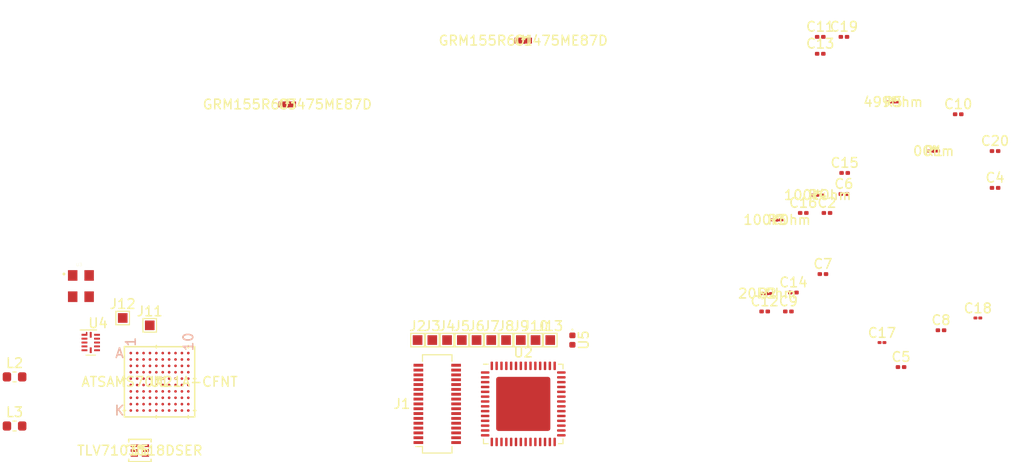
<source format=kicad_pcb>
(kicad_pcb (version 20171130) (host pcbnew "(5.1.2-1)-1")

  (general
    (thickness 1.6)
    (drawings 0)
    (tracks 0)
    (zones 0)
    (modules 46)
    (nets 141)
  )

  (page A4)
  (layers
    (0 F.Cu signal)
    (31 B.Cu signal)
    (32 B.Adhes user)
    (33 F.Adhes user)
    (34 B.Paste user)
    (35 F.Paste user)
    (36 B.SilkS user hide)
    (37 F.SilkS user)
    (38 B.Mask user hide)
    (39 F.Mask user hide)
    (40 Dwgs.User user hide)
    (41 Cmts.User user hide)
    (42 Eco1.User user)
    (43 Eco2.User user hide)
    (44 Edge.Cuts user hide)
    (45 Margin user)
    (46 B.CrtYd user hide)
    (47 F.CrtYd user hide)
    (48 B.Fab user hide)
    (49 F.Fab user hide)
  )

  (setup
    (last_trace_width 0.25)
    (trace_clearance 0.2)
    (zone_clearance 0.508)
    (zone_45_only no)
    (trace_min 0.2)
    (via_size 0.8)
    (via_drill 0.4)
    (via_min_size 0.4)
    (via_min_drill 0.3)
    (uvia_size 0.3)
    (uvia_drill 0.1)
    (uvias_allowed no)
    (uvia_min_size 0.2)
    (uvia_min_drill 0.1)
    (edge_width 0.1)
    (segment_width 0.2)
    (pcb_text_width 0.3)
    (pcb_text_size 1.5 1.5)
    (mod_edge_width 0.15)
    (mod_text_size 1 1)
    (mod_text_width 0.15)
    (pad_size 1.524 1.524)
    (pad_drill 0.762)
    (pad_to_mask_clearance 0)
    (aux_axis_origin 0 0)
    (visible_elements FFFFF77F)
    (pcbplotparams
      (layerselection 0x010fc_ffffffff)
      (usegerberextensions false)
      (usegerberattributes false)
      (usegerberadvancedattributes false)
      (creategerberjobfile false)
      (excludeedgelayer true)
      (linewidth 0.100000)
      (plotframeref false)
      (viasonmask false)
      (mode 1)
      (useauxorigin false)
      (hpglpennumber 1)
      (hpglpenspeed 20)
      (hpglpendiameter 15.000000)
      (psnegative false)
      (psa4output false)
      (plotreference true)
      (plotvalue true)
      (plotinvisibletext false)
      (padsonsilk false)
      (subtractmaskfromsilk false)
      (outputformat 1)
      (mirror false)
      (drillshape 1)
      (scaleselection 1)
      (outputdirectory ""))
  )

  (net 0 "")
  (net 1 VDD)
  (net 2 GND)
  (net 3 "Net-(C14-Pad1)")
  (net 4 +3V3)
  (net 5 /VDDMIC)
  (net 6 "Net-(C18-Pad1)")
  (net 7 /VDDPLL)
  (net 8 /REF_ELEC)
  (net 9 /IN9)
  (net 10 /IN11)
  (net 11 /IN13)
  (net 12 /IN15)
  (net 13 /IN17)
  (net 14 /IN19)
  (net 15 /IN21)
  (net 16 /IN23)
  (net 17 /IN25)
  (net 18 /IN27)
  (net 19 /IN29)
  (net 20 /IN31)
  (net 21 /IN1)
  (net 22 /IN3)
  (net 23 /IN5)
  (net 24 /IN7)
  (net 25 /IN8)
  (net 26 /IN10)
  (net 27 /IN12)
  (net 28 /IN14)
  (net 29 /IN16)
  (net 30 /IN18)
  (net 31 /IN20)
  (net 32 /IN22)
  (net 33 /IN24)
  (net 34 /IN26)
  (net 35 /IN28)
  (net 36 /IN30)
  (net 37 /IN0)
  (net 38 /IN2)
  (net 39 /IN4)
  (net 40 /IN6)
  (net 41 /TF)
  (net 42 /TD)
  (net 43 /SDA_I2C)
  (net 44 /SCL_I2C)
  (net 45 /TK)
  (net 46 /LINEVALID)
  (net 47 /SWDIO)
  (net 48 /SWDCLK)
  (net 49 /RED_LED)
  (net 50 /XIN)
  (net 51 /XOUT)
  (net 52 "Net-(U1-PadA3)")
  (net 53 "Net-(U1-PadA4)")
  (net 54 "Net-(U1-PadA5)")
  (net 55 /SPI0_NPCS1)
  (net 56 "Net-(U1-PadA8)")
  (net 57 "Net-(U1-PadA10)")
  (net 58 "Net-(U1-PadB2)")
  (net 59 "Net-(U1-PadB4)")
  (net 60 "Net-(U1-PadB5)")
  (net 61 "Net-(U1-PadB6)")
  (net 62 "Net-(U1-PadB7)")
  (net 63 "Net-(U1-PadB8)")
  (net 64 "Net-(U1-PadB10)")
  (net 65 "Net-(U1-PadC1)")
  (net 66 "Net-(U1-PadC7)")
  (net 67 "Net-(U1-PadC10)")
  (net 68 "Net-(U1-PadD3)")
  (net 69 "Net-(U1-PadD5)")
  (net 70 "Net-(U1-PadD7)")
  (net 71 "Net-(U1-PadD8)")
  (net 72 "Net-(U1-PadD9)")
  (net 73 "Net-(U1-PadD10)")
  (net 74 "Net-(U1-PadE3)")
  (net 75 "Net-(U1-PadE8)")
  (net 76 /SPI0_NPCS2)
  (net 77 "Net-(U1-PadF1)")
  (net 78 "Net-(U1-PadF2)")
  (net 79 "Net-(U1-PadF7)")
  (net 80 "Net-(U1-PadF8)")
  (net 81 "Net-(U1-PadF9)")
  (net 82 "Net-(U1-PadF10)")
  (net 83 "Net-(U1-PadG1)")
  (net 84 "Net-(U1-PadG2)")
  (net 85 "Net-(U1-PadG3)")
  (net 86 "Net-(U1-PadG4)")
  (net 87 "Net-(U1-PadG5)")
  (net 88 "Net-(U1-PadG9)")
  (net 89 /NRESET)
  (net 90 /SPI1_NPCS0)
  (net 91 "Net-(U1-PadH2)")
  (net 92 /SPI0_NPCS3)
  (net 93 /SPI0_MOSI)
  (net 94 "Net-(U1-PadH6)")
  (net 95 "Net-(U1-PadH7)")
  (net 96 "Net-(U1-PadH8)")
  (net 97 "Net-(U1-PadH9)")
  (net 98 "Net-(U1-PadH10)")
  (net 99 "Net-(U1-PadJ1)")
  (net 100 "Net-(U1-PadJ2)")
  (net 101 "Net-(U1-PadJ3)")
  (net 102 /SPI0_SPCK)
  (net 103 "Net-(U1-PadJ5)")
  (net 104 "Net-(U1-PadJ6)")
  (net 105 "Net-(U1-PadJ7)")
  (net 106 "Net-(U1-PadJ8)")
  (net 107 "Net-(U1-PadJ9)")
  (net 108 "Net-(U1-PadJ10)")
  (net 109 "Net-(U1-PadK1)")
  (net 110 "Net-(U1-PadK2)")
  (net 111 /SPI0_MISO)
  (net 112 "Net-(U1-PadK4)")
  (net 113 "Net-(U1-PadK5)")
  (net 114 "Net-(U1-PadK6)")
  (net 115 "Net-(U1-PadK7)")
  (net 116 "Net-(U1-PadK8)")
  (net 117 "Net-(U1-PadK9)")
  (net 118 "Net-(U1-PadK10)")
  (net 119 "Net-(U2-Pad14)")
  (net 120 "Net-(U2-Pad15)")
  (net 121 "Net-(U2-Pad16)")
  (net 122 "Net-(U2-Pad18)")
  (net 123 /CS_RHD)
  (net 124 "Net-(U2-Pad20)")
  (net 125 /SCLK_RHD)
  (net 126 "Net-(U2-Pad22)")
  (net 127 /MOSI_RHD)
  (net 128 "Net-(U2-Pad24)")
  (net 129 /MISO_RHD)
  (net 130 "Net-(U2-Pad27)")
  (net 131 "Net-(U2-Pad33)")
  (net 132 /SPI0_NPCS0)
  (net 133 "Net-(U6-Pad1)")
  (net 134 "Net-(U6-Pad3)")
  (net 135 "Net-(C11-Pad1)")
  (net 136 "Net-(C11-Pad2)")
  (net 137 "Net-(C13-Pad2)")
  (net 138 "Net-(C13-Pad1)")
  (net 139 "Net-(C19-Pad2)")
  (net 140 +5V)

  (net_class Default "This is the default net class."
    (clearance 0.2)
    (trace_width 0.25)
    (via_dia 0.8)
    (via_drill 0.4)
    (uvia_dia 0.3)
    (uvia_drill 0.1)
    (add_net +3V3)
    (add_net +5V)
    (add_net /CS_RHD)
    (add_net /IN0)
    (add_net /IN1)
    (add_net /IN10)
    (add_net /IN11)
    (add_net /IN12)
    (add_net /IN13)
    (add_net /IN14)
    (add_net /IN15)
    (add_net /IN16)
    (add_net /IN17)
    (add_net /IN18)
    (add_net /IN19)
    (add_net /IN2)
    (add_net /IN20)
    (add_net /IN21)
    (add_net /IN22)
    (add_net /IN23)
    (add_net /IN24)
    (add_net /IN25)
    (add_net /IN26)
    (add_net /IN27)
    (add_net /IN28)
    (add_net /IN29)
    (add_net /IN3)
    (add_net /IN30)
    (add_net /IN31)
    (add_net /IN4)
    (add_net /IN5)
    (add_net /IN6)
    (add_net /IN7)
    (add_net /IN8)
    (add_net /IN9)
    (add_net /LINEVALID)
    (add_net /MISO_RHD)
    (add_net /MOSI_RHD)
    (add_net /NRESET)
    (add_net /RED_LED)
    (add_net /REF_ELEC)
    (add_net /SCLK_RHD)
    (add_net /SCL_I2C)
    (add_net /SDA_I2C)
    (add_net /SPI0_MISO)
    (add_net /SPI0_MOSI)
    (add_net /SPI0_NPCS0)
    (add_net /SPI0_NPCS1)
    (add_net /SPI0_NPCS2)
    (add_net /SPI0_NPCS3)
    (add_net /SPI0_SPCK)
    (add_net /SPI1_NPCS0)
    (add_net /SWDCLK)
    (add_net /SWDIO)
    (add_net /TD)
    (add_net /TF)
    (add_net /TK)
    (add_net /VDDMIC)
    (add_net /VDDPLL)
    (add_net /XIN)
    (add_net /XOUT)
    (add_net GND)
    (add_net "Net-(C11-Pad1)")
    (add_net "Net-(C11-Pad2)")
    (add_net "Net-(C13-Pad1)")
    (add_net "Net-(C13-Pad2)")
    (add_net "Net-(C14-Pad1)")
    (add_net "Net-(C18-Pad1)")
    (add_net "Net-(C19-Pad2)")
    (add_net "Net-(U1-PadA10)")
    (add_net "Net-(U1-PadA3)")
    (add_net "Net-(U1-PadA4)")
    (add_net "Net-(U1-PadA5)")
    (add_net "Net-(U1-PadA8)")
    (add_net "Net-(U1-PadB10)")
    (add_net "Net-(U1-PadB2)")
    (add_net "Net-(U1-PadB4)")
    (add_net "Net-(U1-PadB5)")
    (add_net "Net-(U1-PadB6)")
    (add_net "Net-(U1-PadB7)")
    (add_net "Net-(U1-PadB8)")
    (add_net "Net-(U1-PadC1)")
    (add_net "Net-(U1-PadC10)")
    (add_net "Net-(U1-PadC7)")
    (add_net "Net-(U1-PadD10)")
    (add_net "Net-(U1-PadD3)")
    (add_net "Net-(U1-PadD5)")
    (add_net "Net-(U1-PadD7)")
    (add_net "Net-(U1-PadD8)")
    (add_net "Net-(U1-PadD9)")
    (add_net "Net-(U1-PadE3)")
    (add_net "Net-(U1-PadE8)")
    (add_net "Net-(U1-PadF1)")
    (add_net "Net-(U1-PadF10)")
    (add_net "Net-(U1-PadF2)")
    (add_net "Net-(U1-PadF7)")
    (add_net "Net-(U1-PadF8)")
    (add_net "Net-(U1-PadF9)")
    (add_net "Net-(U1-PadG1)")
    (add_net "Net-(U1-PadG2)")
    (add_net "Net-(U1-PadG3)")
    (add_net "Net-(U1-PadG4)")
    (add_net "Net-(U1-PadG5)")
    (add_net "Net-(U1-PadG9)")
    (add_net "Net-(U1-PadH10)")
    (add_net "Net-(U1-PadH2)")
    (add_net "Net-(U1-PadH6)")
    (add_net "Net-(U1-PadH7)")
    (add_net "Net-(U1-PadH8)")
    (add_net "Net-(U1-PadH9)")
    (add_net "Net-(U1-PadJ1)")
    (add_net "Net-(U1-PadJ10)")
    (add_net "Net-(U1-PadJ2)")
    (add_net "Net-(U1-PadJ3)")
    (add_net "Net-(U1-PadJ5)")
    (add_net "Net-(U1-PadJ6)")
    (add_net "Net-(U1-PadJ7)")
    (add_net "Net-(U1-PadJ8)")
    (add_net "Net-(U1-PadJ9)")
    (add_net "Net-(U1-PadK1)")
    (add_net "Net-(U1-PadK10)")
    (add_net "Net-(U1-PadK2)")
    (add_net "Net-(U1-PadK4)")
    (add_net "Net-(U1-PadK5)")
    (add_net "Net-(U1-PadK6)")
    (add_net "Net-(U1-PadK7)")
    (add_net "Net-(U1-PadK8)")
    (add_net "Net-(U1-PadK9)")
    (add_net "Net-(U2-Pad14)")
    (add_net "Net-(U2-Pad15)")
    (add_net "Net-(U2-Pad16)")
    (add_net "Net-(U2-Pad18)")
    (add_net "Net-(U2-Pad20)")
    (add_net "Net-(U2-Pad22)")
    (add_net "Net-(U2-Pad24)")
    (add_net "Net-(U2-Pad27)")
    (add_net "Net-(U2-Pad33)")
    (add_net "Net-(U6-Pad1)")
    (add_net "Net-(U6-Pad3)")
    (add_net VDD)
  )

  (module cap_GRM155R60J475ME47D:GRM155R60J475ME47D (layer F.Cu) (tedit 0) (tstamp 5EBFAE94)
    (at 133.35 58.928)
    (path /5F3CF1C8)
    (fp_text reference C1 (at 0 0) (layer F.SilkS)
      (effects (font (size 1 1) (thickness 0.15)))
    )
    (fp_text value GRM155R60J475ME87D (at 0 0) (layer F.SilkS)
      (effects (font (size 1 1) (thickness 0.15)))
    )
    (fp_text user "Copyright 2016 Accelerated Designs. All rights reserved." (at 0 0) (layer Cmts.User)
      (effects (font (size 0.127 0.127) (thickness 0.002)))
    )
    (fp_text user * (at 0 0) (layer F.SilkS)
      (effects (font (size 1 1) (thickness 0.15)))
    )
    (fp_text user * (at 0 0) (layer F.Fab)
      (effects (font (size 1 1) (thickness 0.15)))
    )
    (fp_text user 0.024in/0.61mm (at 3.5941 0) (layer Dwgs.User)
      (effects (font (size 1 1) (thickness 0.15)))
    )
    (fp_text user 0.071in/1.803mm (at 0 -3.3528) (layer Dwgs.User)
      (effects (font (size 1 1) (thickness 0.15)))
    )
    (fp_text user 0.015in/0.381mm (at 0 3.3528) (layer Dwgs.User)
      (effects (font (size 1 1) (thickness 0.15)))
    )
    (fp_line (start -0.1905 0.3048) (end -0.1905 -0.3048) (layer F.Fab) (width 0.1524))
    (fp_line (start -0.1905 -0.3048) (end -0.5461 -0.3048) (layer F.Fab) (width 0.1524))
    (fp_line (start -0.5461 -0.3048) (end -0.5461 0.3048) (layer F.Fab) (width 0.1524))
    (fp_line (start -0.5461 0.3048) (end -0.1905 0.3048) (layer F.Fab) (width 0.1524))
    (fp_line (start 0.1905 -0.3048) (end 0.1905 0.3048) (layer F.Fab) (width 0.1524))
    (fp_line (start 0.1905 0.3048) (end 0.5461 0.3048) (layer F.Fab) (width 0.1524))
    (fp_line (start 0.5461 0.3048) (end 0.5461 -0.3048) (layer F.Fab) (width 0.1524))
    (fp_line (start 0.5461 -0.3048) (end 0.1905 -0.3048) (layer F.Fab) (width 0.1524))
    (fp_line (start -0.5461 0.3048) (end 0.5461 0.3048) (layer F.Fab) (width 0.1524))
    (fp_line (start 0.5461 0.3048) (end 0.5461 -0.3048) (layer F.Fab) (width 0.1524))
    (fp_line (start 0.5461 -0.3048) (end -0.5461 -0.3048) (layer F.Fab) (width 0.1524))
    (fp_line (start -0.5461 -0.3048) (end -0.5461 0.3048) (layer F.Fab) (width 0.1524))
    (fp_line (start -0.1397 -0.254) (end 0.1397 -0.254) (layer F.Cu) (width 0.1524))
    (fp_line (start 0.1397 -0.254) (end 0.1397 0.254) (layer F.Cu) (width 0.1524))
    (fp_line (start 0.1397 0.254) (end -0.1397 0.254) (layer F.Cu) (width 0.1524))
    (fp_line (start -0.1397 0.254) (end -0.1397 -0.254) (layer F.Cu) (width 0.1524))
    (fp_line (start -1.1557 0.5588) (end -1.1557 -0.5588) (layer F.CrtYd) (width 0.1524))
    (fp_line (start -1.1557 -0.5588) (end 1.1557 -0.5588) (layer F.CrtYd) (width 0.1524))
    (fp_line (start 1.1557 -0.5588) (end 1.1557 0.5588) (layer F.CrtYd) (width 0.1524))
    (fp_line (start 1.1557 0.5588) (end -1.1557 0.5588) (layer F.CrtYd) (width 0.1524))
    (fp_circle (center -0.4191 0) (end -0.4191 0) (layer F.Fab) (width 0.1524))
    (pad 1 smd rect (at -0.5461 0) (size 0.7112 0.6096) (layers F.Cu F.Paste F.Mask)
      (net 1 VDD))
    (pad 2 smd rect (at 0.5461 0) (size 0.7112 0.6096) (layers F.Cu F.Paste F.Mask)
      (net 2 GND))
  )

  (module Capacitor_SMD:C_0201_0603Metric (layer F.Cu) (tedit 5B301BBE) (tstamp 5EBFAEA5)
    (at 164.743001 76.763001)
    (descr "Capacitor SMD 0201 (0603 Metric), square (rectangular) end terminal, IPC_7351 nominal, (Body size source: https://www.vishay.com/docs/20052/crcw0201e3.pdf), generated with kicad-footprint-generator")
    (tags capacitor)
    (path /5F2DD4D5)
    (attr smd)
    (fp_text reference C2 (at 0 -1.05) (layer F.SilkS)
      (effects (font (size 1 1) (thickness 0.15)))
    )
    (fp_text value GRM033R61A104ME15D (at 0 1.05) (layer F.Fab)
      (effects (font (size 1 1) (thickness 0.15)))
    )
    (fp_text user %R (at 0 -0.68) (layer F.Fab)
      (effects (font (size 0.25 0.25) (thickness 0.04)))
    )
    (fp_line (start 0.7 0.35) (end -0.7 0.35) (layer F.CrtYd) (width 0.05))
    (fp_line (start 0.7 -0.35) (end 0.7 0.35) (layer F.CrtYd) (width 0.05))
    (fp_line (start -0.7 -0.35) (end 0.7 -0.35) (layer F.CrtYd) (width 0.05))
    (fp_line (start -0.7 0.35) (end -0.7 -0.35) (layer F.CrtYd) (width 0.05))
    (fp_line (start 0.3 0.15) (end -0.3 0.15) (layer F.Fab) (width 0.1))
    (fp_line (start 0.3 -0.15) (end 0.3 0.15) (layer F.Fab) (width 0.1))
    (fp_line (start -0.3 -0.15) (end 0.3 -0.15) (layer F.Fab) (width 0.1))
    (fp_line (start -0.3 0.15) (end -0.3 -0.15) (layer F.Fab) (width 0.1))
    (pad 2 smd roundrect (at 0.32 0) (size 0.46 0.4) (layers F.Cu F.Mask) (roundrect_rratio 0.25)
      (net 2 GND))
    (pad 1 smd roundrect (at -0.32 0) (size 0.46 0.4) (layers F.Cu F.Mask) (roundrect_rratio 0.25)
      (net 1 VDD))
    (pad "" smd roundrect (at 0.345 0) (size 0.318 0.36) (layers F.Paste) (roundrect_rratio 0.25))
    (pad "" smd roundrect (at -0.345 0) (size 0.318 0.36) (layers F.Paste) (roundrect_rratio 0.25))
    (model ${KISYS3DMOD}/Capacitor_SMD.3dshapes/C_0201_0603Metric.wrl
      (at (xyz 0 0 0))
      (scale (xyz 1 1 1))
      (rotate (xyz 0 0 0))
    )
  )

  (module cap_GRM155R60J475ME47D:GRM155R60J475ME47D (layer F.Cu) (tedit 0) (tstamp 5EBFAEC6)
    (at 108.966 65.532)
    (path /5F2DFF98)
    (fp_text reference C3 (at 0 0) (layer F.SilkS)
      (effects (font (size 1 1) (thickness 0.15)))
    )
    (fp_text value GRM155R60J475ME87D (at 0 0) (layer F.SilkS)
      (effects (font (size 1 1) (thickness 0.15)))
    )
    (fp_circle (center -0.4191 0) (end -0.4191 0) (layer F.Fab) (width 0.1524))
    (fp_line (start 1.1557 0.5588) (end -1.1557 0.5588) (layer F.CrtYd) (width 0.1524))
    (fp_line (start 1.1557 -0.5588) (end 1.1557 0.5588) (layer F.CrtYd) (width 0.1524))
    (fp_line (start -1.1557 -0.5588) (end 1.1557 -0.5588) (layer F.CrtYd) (width 0.1524))
    (fp_line (start -1.1557 0.5588) (end -1.1557 -0.5588) (layer F.CrtYd) (width 0.1524))
    (fp_line (start -0.1397 0.254) (end -0.1397 -0.254) (layer F.Cu) (width 0.1524))
    (fp_line (start 0.1397 0.254) (end -0.1397 0.254) (layer F.Cu) (width 0.1524))
    (fp_line (start 0.1397 -0.254) (end 0.1397 0.254) (layer F.Cu) (width 0.1524))
    (fp_line (start -0.1397 -0.254) (end 0.1397 -0.254) (layer F.Cu) (width 0.1524))
    (fp_line (start -0.5461 -0.3048) (end -0.5461 0.3048) (layer F.Fab) (width 0.1524))
    (fp_line (start 0.5461 -0.3048) (end -0.5461 -0.3048) (layer F.Fab) (width 0.1524))
    (fp_line (start 0.5461 0.3048) (end 0.5461 -0.3048) (layer F.Fab) (width 0.1524))
    (fp_line (start -0.5461 0.3048) (end 0.5461 0.3048) (layer F.Fab) (width 0.1524))
    (fp_line (start 0.5461 -0.3048) (end 0.1905 -0.3048) (layer F.Fab) (width 0.1524))
    (fp_line (start 0.5461 0.3048) (end 0.5461 -0.3048) (layer F.Fab) (width 0.1524))
    (fp_line (start 0.1905 0.3048) (end 0.5461 0.3048) (layer F.Fab) (width 0.1524))
    (fp_line (start 0.1905 -0.3048) (end 0.1905 0.3048) (layer F.Fab) (width 0.1524))
    (fp_line (start -0.5461 0.3048) (end -0.1905 0.3048) (layer F.Fab) (width 0.1524))
    (fp_line (start -0.5461 -0.3048) (end -0.5461 0.3048) (layer F.Fab) (width 0.1524))
    (fp_line (start -0.1905 -0.3048) (end -0.5461 -0.3048) (layer F.Fab) (width 0.1524))
    (fp_line (start -0.1905 0.3048) (end -0.1905 -0.3048) (layer F.Fab) (width 0.1524))
    (fp_text user 0.015in/0.381mm (at 0 3.3528) (layer Dwgs.User)
      (effects (font (size 1 1) (thickness 0.15)))
    )
    (fp_text user 0.071in/1.803mm (at 0 -3.3528) (layer Dwgs.User)
      (effects (font (size 1 1) (thickness 0.15)))
    )
    (fp_text user 0.024in/0.61mm (at 3.5941 0) (layer Dwgs.User)
      (effects (font (size 1 1) (thickness 0.15)))
    )
    (fp_text user * (at 0 0) (layer F.Fab)
      (effects (font (size 1 1) (thickness 0.15)))
    )
    (fp_text user * (at 0 0) (layer F.SilkS)
      (effects (font (size 1 1) (thickness 0.15)))
    )
    (fp_text user "Copyright 2016 Accelerated Designs. All rights reserved." (at 0 0) (layer Cmts.User)
      (effects (font (size 0.127 0.127) (thickness 0.002)))
    )
    (pad 2 smd rect (at 0.5461 0) (size 0.7112 0.6096) (layers F.Cu F.Paste F.Mask)
      (net 2 GND))
    (pad 1 smd rect (at -0.5461 0) (size 0.7112 0.6096) (layers F.Cu F.Paste F.Mask)
      (net 1 VDD))
  )

  (module Capacitor_SMD:C_0201_0603Metric (layer F.Cu) (tedit 5B301BBE) (tstamp 5EBFAED7)
    (at 182.118 74.168)
    (descr "Capacitor SMD 0201 (0603 Metric), square (rectangular) end terminal, IPC_7351 nominal, (Body size source: https://www.vishay.com/docs/20052/crcw0201e3.pdf), generated with kicad-footprint-generator")
    (tags capacitor)
    (path /5F2DBE58)
    (attr smd)
    (fp_text reference C4 (at 0 -1.05) (layer F.SilkS)
      (effects (font (size 1 1) (thickness 0.15)))
    )
    (fp_text value GRM033R61A104ME15D (at 0 1.05) (layer F.Fab)
      (effects (font (size 1 1) (thickness 0.15)))
    )
    (fp_line (start -0.3 0.15) (end -0.3 -0.15) (layer F.Fab) (width 0.1))
    (fp_line (start -0.3 -0.15) (end 0.3 -0.15) (layer F.Fab) (width 0.1))
    (fp_line (start 0.3 -0.15) (end 0.3 0.15) (layer F.Fab) (width 0.1))
    (fp_line (start 0.3 0.15) (end -0.3 0.15) (layer F.Fab) (width 0.1))
    (fp_line (start -0.7 0.35) (end -0.7 -0.35) (layer F.CrtYd) (width 0.05))
    (fp_line (start -0.7 -0.35) (end 0.7 -0.35) (layer F.CrtYd) (width 0.05))
    (fp_line (start 0.7 -0.35) (end 0.7 0.35) (layer F.CrtYd) (width 0.05))
    (fp_line (start 0.7 0.35) (end -0.7 0.35) (layer F.CrtYd) (width 0.05))
    (fp_text user %R (at 0 -0.68) (layer F.Fab)
      (effects (font (size 0.25 0.25) (thickness 0.04)))
    )
    (pad "" smd roundrect (at -0.345 0) (size 0.318 0.36) (layers F.Paste) (roundrect_rratio 0.25))
    (pad "" smd roundrect (at 0.345 0) (size 0.318 0.36) (layers F.Paste) (roundrect_rratio 0.25))
    (pad 1 smd roundrect (at -0.32 0) (size 0.46 0.4) (layers F.Cu F.Mask) (roundrect_rratio 0.25)
      (net 1 VDD))
    (pad 2 smd roundrect (at 0.32 0) (size 0.46 0.4) (layers F.Cu F.Mask) (roundrect_rratio 0.25)
      (net 2 GND))
    (model ${KISYS3DMOD}/Capacitor_SMD.3dshapes/C_0201_0603Metric.wrl
      (at (xyz 0 0 0))
      (scale (xyz 1 1 1))
      (rotate (xyz 0 0 0))
    )
  )

  (module Capacitor_SMD:C_0201_0603Metric (layer F.Cu) (tedit 5B301BBE) (tstamp 5EBFAEE8)
    (at 172.4 92.71)
    (descr "Capacitor SMD 0201 (0603 Metric), square (rectangular) end terminal, IPC_7351 nominal, (Body size source: https://www.vishay.com/docs/20052/crcw0201e3.pdf), generated with kicad-footprint-generator")
    (tags capacitor)
    (path /5F2DC5C5)
    (attr smd)
    (fp_text reference C5 (at 0 -1.05) (layer F.SilkS)
      (effects (font (size 1 1) (thickness 0.15)))
    )
    (fp_text value GRM033R61A104ME15D (at 0 1.05) (layer F.Fab)
      (effects (font (size 1 1) (thickness 0.15)))
    )
    (fp_text user %R (at 0 -0.68) (layer F.Fab)
      (effects (font (size 0.25 0.25) (thickness 0.04)))
    )
    (fp_line (start 0.7 0.35) (end -0.7 0.35) (layer F.CrtYd) (width 0.05))
    (fp_line (start 0.7 -0.35) (end 0.7 0.35) (layer F.CrtYd) (width 0.05))
    (fp_line (start -0.7 -0.35) (end 0.7 -0.35) (layer F.CrtYd) (width 0.05))
    (fp_line (start -0.7 0.35) (end -0.7 -0.35) (layer F.CrtYd) (width 0.05))
    (fp_line (start 0.3 0.15) (end -0.3 0.15) (layer F.Fab) (width 0.1))
    (fp_line (start 0.3 -0.15) (end 0.3 0.15) (layer F.Fab) (width 0.1))
    (fp_line (start -0.3 -0.15) (end 0.3 -0.15) (layer F.Fab) (width 0.1))
    (fp_line (start -0.3 0.15) (end -0.3 -0.15) (layer F.Fab) (width 0.1))
    (pad 2 smd roundrect (at 0.32 0) (size 0.46 0.4) (layers F.Cu F.Mask) (roundrect_rratio 0.25)
      (net 2 GND))
    (pad 1 smd roundrect (at -0.32 0) (size 0.46 0.4) (layers F.Cu F.Mask) (roundrect_rratio 0.25)
      (net 1 VDD))
    (pad "" smd roundrect (at 0.345 0) (size 0.318 0.36) (layers F.Paste) (roundrect_rratio 0.25))
    (pad "" smd roundrect (at -0.345 0) (size 0.318 0.36) (layers F.Paste) (roundrect_rratio 0.25))
    (model ${KISYS3DMOD}/Capacitor_SMD.3dshapes/C_0201_0603Metric.wrl
      (at (xyz 0 0 0))
      (scale (xyz 1 1 1))
      (rotate (xyz 0 0 0))
    )
  )

  (module Capacitor_SMD:C_0201_0603Metric (layer F.Cu) (tedit 5B301BBE) (tstamp 5EBFAEF9)
    (at 166.493001 74.803001)
    (descr "Capacitor SMD 0201 (0603 Metric), square (rectangular) end terminal, IPC_7351 nominal, (Body size source: https://www.vishay.com/docs/20052/crcw0201e3.pdf), generated with kicad-footprint-generator")
    (tags capacitor)
    (path /5F2DDC78)
    (attr smd)
    (fp_text reference C6 (at 0 -1.05) (layer F.SilkS)
      (effects (font (size 1 1) (thickness 0.15)))
    )
    (fp_text value GRM033R61A104ME15D (at 0 1.05) (layer F.Fab)
      (effects (font (size 1 1) (thickness 0.15)))
    )
    (fp_line (start -0.3 0.15) (end -0.3 -0.15) (layer F.Fab) (width 0.1))
    (fp_line (start -0.3 -0.15) (end 0.3 -0.15) (layer F.Fab) (width 0.1))
    (fp_line (start 0.3 -0.15) (end 0.3 0.15) (layer F.Fab) (width 0.1))
    (fp_line (start 0.3 0.15) (end -0.3 0.15) (layer F.Fab) (width 0.1))
    (fp_line (start -0.7 0.35) (end -0.7 -0.35) (layer F.CrtYd) (width 0.05))
    (fp_line (start -0.7 -0.35) (end 0.7 -0.35) (layer F.CrtYd) (width 0.05))
    (fp_line (start 0.7 -0.35) (end 0.7 0.35) (layer F.CrtYd) (width 0.05))
    (fp_line (start 0.7 0.35) (end -0.7 0.35) (layer F.CrtYd) (width 0.05))
    (fp_text user %R (at 0 -0.68) (layer F.Fab)
      (effects (font (size 0.25 0.25) (thickness 0.04)))
    )
    (pad "" smd roundrect (at -0.345 0) (size 0.318 0.36) (layers F.Paste) (roundrect_rratio 0.25))
    (pad "" smd roundrect (at 0.345 0) (size 0.318 0.36) (layers F.Paste) (roundrect_rratio 0.25))
    (pad 1 smd roundrect (at -0.32 0) (size 0.46 0.4) (layers F.Cu F.Mask) (roundrect_rratio 0.25)
      (net 1 VDD))
    (pad 2 smd roundrect (at 0.32 0) (size 0.46 0.4) (layers F.Cu F.Mask) (roundrect_rratio 0.25)
      (net 2 GND))
    (model ${KISYS3DMOD}/Capacitor_SMD.3dshapes/C_0201_0603Metric.wrl
      (at (xyz 0 0 0))
      (scale (xyz 1 1 1))
      (rotate (xyz 0 0 0))
    )
  )

  (module Capacitor_SMD:C_0201_0603Metric (layer F.Cu) (tedit 5B301BBE) (tstamp 5EBFAF0A)
    (at 164.325001 83.085001)
    (descr "Capacitor SMD 0201 (0603 Metric), square (rectangular) end terminal, IPC_7351 nominal, (Body size source: https://www.vishay.com/docs/20052/crcw0201e3.pdf), generated with kicad-footprint-generator")
    (tags capacitor)
    (path /5F2DB6FD)
    (attr smd)
    (fp_text reference C7 (at 0 -1.05) (layer F.SilkS)
      (effects (font (size 1 1) (thickness 0.15)))
    )
    (fp_text value GRM033R61A104ME15D (at 0 1.05) (layer F.Fab)
      (effects (font (size 1 1) (thickness 0.15)))
    )
    (fp_text user %R (at 0 -0.68) (layer F.Fab)
      (effects (font (size 0.25 0.25) (thickness 0.04)))
    )
    (fp_line (start 0.7 0.35) (end -0.7 0.35) (layer F.CrtYd) (width 0.05))
    (fp_line (start 0.7 -0.35) (end 0.7 0.35) (layer F.CrtYd) (width 0.05))
    (fp_line (start -0.7 -0.35) (end 0.7 -0.35) (layer F.CrtYd) (width 0.05))
    (fp_line (start -0.7 0.35) (end -0.7 -0.35) (layer F.CrtYd) (width 0.05))
    (fp_line (start 0.3 0.15) (end -0.3 0.15) (layer F.Fab) (width 0.1))
    (fp_line (start 0.3 -0.15) (end 0.3 0.15) (layer F.Fab) (width 0.1))
    (fp_line (start -0.3 -0.15) (end 0.3 -0.15) (layer F.Fab) (width 0.1))
    (fp_line (start -0.3 0.15) (end -0.3 -0.15) (layer F.Fab) (width 0.1))
    (pad 2 smd roundrect (at 0.32 0) (size 0.46 0.4) (layers F.Cu F.Mask) (roundrect_rratio 0.25)
      (net 2 GND))
    (pad 1 smd roundrect (at -0.32 0) (size 0.46 0.4) (layers F.Cu F.Mask) (roundrect_rratio 0.25)
      (net 1 VDD))
    (pad "" smd roundrect (at 0.345 0) (size 0.318 0.36) (layers F.Paste) (roundrect_rratio 0.25))
    (pad "" smd roundrect (at -0.345 0) (size 0.318 0.36) (layers F.Paste) (roundrect_rratio 0.25))
    (model ${KISYS3DMOD}/Capacitor_SMD.3dshapes/C_0201_0603Metric.wrl
      (at (xyz 0 0 0))
      (scale (xyz 1 1 1))
      (rotate (xyz 0 0 0))
    )
  )

  (module Capacitor_SMD:C_0201_0603Metric (layer F.Cu) (tedit 5B301BBE) (tstamp 5EBFAF1B)
    (at 176.53 88.9)
    (descr "Capacitor SMD 0201 (0603 Metric), square (rectangular) end terminal, IPC_7351 nominal, (Body size source: https://www.vishay.com/docs/20052/crcw0201e3.pdf), generated with kicad-footprint-generator")
    (tags capacitor)
    (path /5F31BE2F)
    (attr smd)
    (fp_text reference C8 (at 0 -1.05) (layer F.SilkS)
      (effects (font (size 1 1) (thickness 0.15)))
    )
    (fp_text value GRM033R60J105MEA2D (at 0 1.05) (layer F.Fab)
      (effects (font (size 1 1) (thickness 0.15)))
    )
    (fp_line (start -0.3 0.15) (end -0.3 -0.15) (layer F.Fab) (width 0.1))
    (fp_line (start -0.3 -0.15) (end 0.3 -0.15) (layer F.Fab) (width 0.1))
    (fp_line (start 0.3 -0.15) (end 0.3 0.15) (layer F.Fab) (width 0.1))
    (fp_line (start 0.3 0.15) (end -0.3 0.15) (layer F.Fab) (width 0.1))
    (fp_line (start -0.7 0.35) (end -0.7 -0.35) (layer F.CrtYd) (width 0.05))
    (fp_line (start -0.7 -0.35) (end 0.7 -0.35) (layer F.CrtYd) (width 0.05))
    (fp_line (start 0.7 -0.35) (end 0.7 0.35) (layer F.CrtYd) (width 0.05))
    (fp_line (start 0.7 0.35) (end -0.7 0.35) (layer F.CrtYd) (width 0.05))
    (fp_text user %R (at 0 -0.68) (layer F.Fab)
      (effects (font (size 0.25 0.25) (thickness 0.04)))
    )
    (pad "" smd roundrect (at -0.345 0) (size 0.318 0.36) (layers F.Paste) (roundrect_rratio 0.25))
    (pad "" smd roundrect (at 0.345 0) (size 0.318 0.36) (layers F.Paste) (roundrect_rratio 0.25))
    (pad 1 smd roundrect (at -0.32 0) (size 0.46 0.4) (layers F.Cu F.Mask) (roundrect_rratio 0.25)
      (net 1 VDD))
    (pad 2 smd roundrect (at 0.32 0) (size 0.46 0.4) (layers F.Cu F.Mask) (roundrect_rratio 0.25)
      (net 2 GND))
    (model ${KISYS3DMOD}/Capacitor_SMD.3dshapes/C_0201_0603Metric.wrl
      (at (xyz 0 0 0))
      (scale (xyz 1 1 1))
      (rotate (xyz 0 0 0))
    )
  )

  (module Capacitor_SMD:C_0201_0603Metric (layer F.Cu) (tedit 5B301BBE) (tstamp 5EBFAF2C)
    (at 160.755001 86.955001)
    (descr "Capacitor SMD 0201 (0603 Metric), square (rectangular) end terminal, IPC_7351 nominal, (Body size source: https://www.vishay.com/docs/20052/crcw0201e3.pdf), generated with kicad-footprint-generator")
    (tags capacitor)
    (path /5F2DCD44)
    (attr smd)
    (fp_text reference C9 (at 0 -1.05) (layer F.SilkS)
      (effects (font (size 1 1) (thickness 0.15)))
    )
    (fp_text value GRM033R61A104ME15D (at 0 1.05) (layer F.Fab)
      (effects (font (size 1 1) (thickness 0.15)))
    )
    (fp_line (start -0.3 0.15) (end -0.3 -0.15) (layer F.Fab) (width 0.1))
    (fp_line (start -0.3 -0.15) (end 0.3 -0.15) (layer F.Fab) (width 0.1))
    (fp_line (start 0.3 -0.15) (end 0.3 0.15) (layer F.Fab) (width 0.1))
    (fp_line (start 0.3 0.15) (end -0.3 0.15) (layer F.Fab) (width 0.1))
    (fp_line (start -0.7 0.35) (end -0.7 -0.35) (layer F.CrtYd) (width 0.05))
    (fp_line (start -0.7 -0.35) (end 0.7 -0.35) (layer F.CrtYd) (width 0.05))
    (fp_line (start 0.7 -0.35) (end 0.7 0.35) (layer F.CrtYd) (width 0.05))
    (fp_line (start 0.7 0.35) (end -0.7 0.35) (layer F.CrtYd) (width 0.05))
    (fp_text user %R (at 0 -0.68) (layer F.Fab)
      (effects (font (size 0.25 0.25) (thickness 0.04)))
    )
    (pad "" smd roundrect (at -0.345 0) (size 0.318 0.36) (layers F.Paste) (roundrect_rratio 0.25))
    (pad "" smd roundrect (at 0.345 0) (size 0.318 0.36) (layers F.Paste) (roundrect_rratio 0.25))
    (pad 1 smd roundrect (at -0.32 0) (size 0.46 0.4) (layers F.Cu F.Mask) (roundrect_rratio 0.25)
      (net 1 VDD))
    (pad 2 smd roundrect (at 0.32 0) (size 0.46 0.4) (layers F.Cu F.Mask) (roundrect_rratio 0.25)
      (net 2 GND))
    (model ${KISYS3DMOD}/Capacitor_SMD.3dshapes/C_0201_0603Metric.wrl
      (at (xyz 0 0 0))
      (scale (xyz 1 1 1))
      (rotate (xyz 0 0 0))
    )
  )

  (module Capacitor_SMD:C_0201_0603Metric (layer F.Cu) (tedit 5B301BBE) (tstamp 5EBFAF3D)
    (at 178.308 66.548)
    (descr "Capacitor SMD 0201 (0603 Metric), square (rectangular) end terminal, IPC_7351 nominal, (Body size source: https://www.vishay.com/docs/20052/crcw0201e3.pdf), generated with kicad-footprint-generator")
    (tags capacitor)
    (path /5F293887)
    (attr smd)
    (fp_text reference C10 (at 0 -1.05) (layer F.SilkS)
      (effects (font (size 1 1) (thickness 0.15)))
    )
    (fp_text value GRM033R61A104ME15D (at 0 1.05) (layer F.Fab)
      (effects (font (size 1 1) (thickness 0.15)))
    )
    (fp_line (start -0.3 0.15) (end -0.3 -0.15) (layer F.Fab) (width 0.1))
    (fp_line (start -0.3 -0.15) (end 0.3 -0.15) (layer F.Fab) (width 0.1))
    (fp_line (start 0.3 -0.15) (end 0.3 0.15) (layer F.Fab) (width 0.1))
    (fp_line (start 0.3 0.15) (end -0.3 0.15) (layer F.Fab) (width 0.1))
    (fp_line (start -0.7 0.35) (end -0.7 -0.35) (layer F.CrtYd) (width 0.05))
    (fp_line (start -0.7 -0.35) (end 0.7 -0.35) (layer F.CrtYd) (width 0.05))
    (fp_line (start 0.7 -0.35) (end 0.7 0.35) (layer F.CrtYd) (width 0.05))
    (fp_line (start 0.7 0.35) (end -0.7 0.35) (layer F.CrtYd) (width 0.05))
    (fp_text user %R (at 0 -0.68) (layer F.Fab)
      (effects (font (size 0.25 0.25) (thickness 0.04)))
    )
    (pad "" smd roundrect (at -0.345 0) (size 0.318 0.36) (layers F.Paste) (roundrect_rratio 0.25))
    (pad "" smd roundrect (at 0.345 0) (size 0.318 0.36) (layers F.Paste) (roundrect_rratio 0.25))
    (pad 1 smd roundrect (at -0.32 0) (size 0.46 0.4) (layers F.Cu F.Mask) (roundrect_rratio 0.25)
      (net 1 VDD))
    (pad 2 smd roundrect (at 0.32 0) (size 0.46 0.4) (layers F.Cu F.Mask) (roundrect_rratio 0.25)
      (net 2 GND))
    (model ${KISYS3DMOD}/Capacitor_SMD.3dshapes/C_0201_0603Metric.wrl
      (at (xyz 0 0 0))
      (scale (xyz 1 1 1))
      (rotate (xyz 0 0 0))
    )
  )

  (module Capacitor_SMD:C_0201_0603Metric (layer F.Cu) (tedit 5B301BBE) (tstamp 5EBFAF4E)
    (at 158.305001 86.955001)
    (descr "Capacitor SMD 0201 (0603 Metric), square (rectangular) end terminal, IPC_7351 nominal, (Body size source: https://www.vishay.com/docs/20052/crcw0201e3.pdf), generated with kicad-footprint-generator")
    (tags capacitor)
    (path /5F2928C0)
    (attr smd)
    (fp_text reference C12 (at 0 -1.05) (layer F.SilkS)
      (effects (font (size 1 1) (thickness 0.15)))
    )
    (fp_text value GRM033R61A104ME15D (at 0 1.05) (layer F.Fab)
      (effects (font (size 1 1) (thickness 0.15)))
    )
    (fp_text user %R (at 0 -0.68) (layer F.Fab)
      (effects (font (size 0.25 0.25) (thickness 0.04)))
    )
    (fp_line (start 0.7 0.35) (end -0.7 0.35) (layer F.CrtYd) (width 0.05))
    (fp_line (start 0.7 -0.35) (end 0.7 0.35) (layer F.CrtYd) (width 0.05))
    (fp_line (start -0.7 -0.35) (end 0.7 -0.35) (layer F.CrtYd) (width 0.05))
    (fp_line (start -0.7 0.35) (end -0.7 -0.35) (layer F.CrtYd) (width 0.05))
    (fp_line (start 0.3 0.15) (end -0.3 0.15) (layer F.Fab) (width 0.1))
    (fp_line (start 0.3 -0.15) (end 0.3 0.15) (layer F.Fab) (width 0.1))
    (fp_line (start -0.3 -0.15) (end 0.3 -0.15) (layer F.Fab) (width 0.1))
    (fp_line (start -0.3 0.15) (end -0.3 -0.15) (layer F.Fab) (width 0.1))
    (pad 2 smd roundrect (at 0.32 0) (size 0.46 0.4) (layers F.Cu F.Mask) (roundrect_rratio 0.25)
      (net 2 GND))
    (pad 1 smd roundrect (at -0.32 0) (size 0.46 0.4) (layers F.Cu F.Mask) (roundrect_rratio 0.25)
      (net 1 VDD))
    (pad "" smd roundrect (at 0.345 0) (size 0.318 0.36) (layers F.Paste) (roundrect_rratio 0.25))
    (pad "" smd roundrect (at -0.345 0) (size 0.318 0.36) (layers F.Paste) (roundrect_rratio 0.25))
    (model ${KISYS3DMOD}/Capacitor_SMD.3dshapes/C_0201_0603Metric.wrl
      (at (xyz 0 0 0))
      (scale (xyz 1 1 1))
      (rotate (xyz 0 0 0))
    )
  )

  (module Capacitor_SMD:C_0201_0603Metric (layer F.Cu) (tedit 5B301BBE) (tstamp 5EBFAF5F)
    (at 161.275001 84.995001)
    (descr "Capacitor SMD 0201 (0603 Metric), square (rectangular) end terminal, IPC_7351 nominal, (Body size source: https://www.vishay.com/docs/20052/crcw0201e3.pdf), generated with kicad-footprint-generator")
    (tags capacitor)
    (path /5EC8B323)
    (attr smd)
    (fp_text reference C14 (at 0 -1.05) (layer F.SilkS)
      (effects (font (size 1 1) (thickness 0.15)))
    )
    (fp_text value GRM033R71A103KA01D (at 0 1.05) (layer F.Fab)
      (effects (font (size 1 1) (thickness 0.15)))
    )
    (fp_text user %R (at 0 -0.68) (layer F.Fab)
      (effects (font (size 0.25 0.25) (thickness 0.04)))
    )
    (fp_line (start 0.7 0.35) (end -0.7 0.35) (layer F.CrtYd) (width 0.05))
    (fp_line (start 0.7 -0.35) (end 0.7 0.35) (layer F.CrtYd) (width 0.05))
    (fp_line (start -0.7 -0.35) (end 0.7 -0.35) (layer F.CrtYd) (width 0.05))
    (fp_line (start -0.7 0.35) (end -0.7 -0.35) (layer F.CrtYd) (width 0.05))
    (fp_line (start 0.3 0.15) (end -0.3 0.15) (layer F.Fab) (width 0.1))
    (fp_line (start 0.3 -0.15) (end 0.3 0.15) (layer F.Fab) (width 0.1))
    (fp_line (start -0.3 -0.15) (end 0.3 -0.15) (layer F.Fab) (width 0.1))
    (fp_line (start -0.3 0.15) (end -0.3 -0.15) (layer F.Fab) (width 0.1))
    (pad 2 smd roundrect (at 0.32 0) (size 0.46 0.4) (layers F.Cu F.Mask) (roundrect_rratio 0.25)
      (net 2 GND))
    (pad 1 smd roundrect (at -0.32 0) (size 0.46 0.4) (layers F.Cu F.Mask) (roundrect_rratio 0.25)
      (net 3 "Net-(C14-Pad1)"))
    (pad "" smd roundrect (at 0.345 0) (size 0.318 0.36) (layers F.Paste) (roundrect_rratio 0.25))
    (pad "" smd roundrect (at -0.345 0) (size 0.318 0.36) (layers F.Paste) (roundrect_rratio 0.25))
    (model ${KISYS3DMOD}/Capacitor_SMD.3dshapes/C_0201_0603Metric.wrl
      (at (xyz 0 0 0))
      (scale (xyz 1 1 1))
      (rotate (xyz 0 0 0))
    )
  )

  (module Capacitor_SMD:C_0201_0603Metric (layer F.Cu) (tedit 5B301BBE) (tstamp 5EBFAF70)
    (at 166.573001 72.623001)
    (descr "Capacitor SMD 0201 (0603 Metric), square (rectangular) end terminal, IPC_7351 nominal, (Body size source: https://www.vishay.com/docs/20052/crcw0201e3.pdf), generated with kicad-footprint-generator")
    (tags capacitor)
    (path /5EC958F1)
    (attr smd)
    (fp_text reference C15 (at 0 -1.05) (layer F.SilkS)
      (effects (font (size 1 1) (thickness 0.15)))
    )
    (fp_text value GRM033R71A103KA01D (at 0 1.05) (layer F.Fab)
      (effects (font (size 1 1) (thickness 0.15)))
    )
    (fp_line (start -0.3 0.15) (end -0.3 -0.15) (layer F.Fab) (width 0.1))
    (fp_line (start -0.3 -0.15) (end 0.3 -0.15) (layer F.Fab) (width 0.1))
    (fp_line (start 0.3 -0.15) (end 0.3 0.15) (layer F.Fab) (width 0.1))
    (fp_line (start 0.3 0.15) (end -0.3 0.15) (layer F.Fab) (width 0.1))
    (fp_line (start -0.7 0.35) (end -0.7 -0.35) (layer F.CrtYd) (width 0.05))
    (fp_line (start -0.7 -0.35) (end 0.7 -0.35) (layer F.CrtYd) (width 0.05))
    (fp_line (start 0.7 -0.35) (end 0.7 0.35) (layer F.CrtYd) (width 0.05))
    (fp_line (start 0.7 0.35) (end -0.7 0.35) (layer F.CrtYd) (width 0.05))
    (fp_text user %R (at 0 -0.68) (layer F.Fab)
      (effects (font (size 0.25 0.25) (thickness 0.04)))
    )
    (pad "" smd roundrect (at -0.345 0) (size 0.318 0.36) (layers F.Paste) (roundrect_rratio 0.25))
    (pad "" smd roundrect (at 0.345 0) (size 0.318 0.36) (layers F.Paste) (roundrect_rratio 0.25))
    (pad 1 smd roundrect (at -0.32 0) (size 0.46 0.4) (layers F.Cu F.Mask) (roundrect_rratio 0.25)
      (net 4 +3V3))
    (pad 2 smd roundrect (at 0.32 0) (size 0.46 0.4) (layers F.Cu F.Mask) (roundrect_rratio 0.25)
      (net 2 GND))
    (model ${KISYS3DMOD}/Capacitor_SMD.3dshapes/C_0201_0603Metric.wrl
      (at (xyz 0 0 0))
      (scale (xyz 1 1 1))
      (rotate (xyz 0 0 0))
    )
  )

  (module Capacitor_SMD:C_0201_0603Metric (layer F.Cu) (tedit 5B301BBE) (tstamp 5EBFAF81)
    (at 162.293001 76.763001)
    (descr "Capacitor SMD 0201 (0603 Metric), square (rectangular) end terminal, IPC_7351 nominal, (Body size source: https://www.vishay.com/docs/20052/crcw0201e3.pdf), generated with kicad-footprint-generator")
    (tags capacitor)
    (path /5F291E1F)
    (attr smd)
    (fp_text reference C16 (at 0 -1.05) (layer F.SilkS)
      (effects (font (size 1 1) (thickness 0.15)))
    )
    (fp_text value GRM033R61A104ME15D (at 0 1.05) (layer F.Fab)
      (effects (font (size 1 1) (thickness 0.15)))
    )
    (fp_line (start -0.3 0.15) (end -0.3 -0.15) (layer F.Fab) (width 0.1))
    (fp_line (start -0.3 -0.15) (end 0.3 -0.15) (layer F.Fab) (width 0.1))
    (fp_line (start 0.3 -0.15) (end 0.3 0.15) (layer F.Fab) (width 0.1))
    (fp_line (start 0.3 0.15) (end -0.3 0.15) (layer F.Fab) (width 0.1))
    (fp_line (start -0.7 0.35) (end -0.7 -0.35) (layer F.CrtYd) (width 0.05))
    (fp_line (start -0.7 -0.35) (end 0.7 -0.35) (layer F.CrtYd) (width 0.05))
    (fp_line (start 0.7 -0.35) (end 0.7 0.35) (layer F.CrtYd) (width 0.05))
    (fp_line (start 0.7 0.35) (end -0.7 0.35) (layer F.CrtYd) (width 0.05))
    (fp_text user %R (at 0 -0.68) (layer F.Fab)
      (effects (font (size 0.25 0.25) (thickness 0.04)))
    )
    (pad "" smd roundrect (at -0.345 0) (size 0.318 0.36) (layers F.Paste) (roundrect_rratio 0.25))
    (pad "" smd roundrect (at 0.345 0) (size 0.318 0.36) (layers F.Paste) (roundrect_rratio 0.25))
    (pad 1 smd roundrect (at -0.32 0) (size 0.46 0.4) (layers F.Cu F.Mask) (roundrect_rratio 0.25)
      (net 5 /VDDMIC))
    (pad 2 smd roundrect (at 0.32 0) (size 0.46 0.4) (layers F.Cu F.Mask) (roundrect_rratio 0.25)
      (net 2 GND))
    (model ${KISYS3DMOD}/Capacitor_SMD.3dshapes/C_0201_0603Metric.wrl
      (at (xyz 0 0 0))
      (scale (xyz 1 1 1))
      (rotate (xyz 0 0 0))
    )
  )

  (module Capacitor_SMD:C_01005_0402Metric (layer F.Cu) (tedit 5B301BBE) (tstamp 5EBFAF92)
    (at 170.43 90.17)
    (descr "Capacitor SMD 01005 (0402 Metric), square (rectangular) end terminal, IPC_7351 nominal, (Body size source: http://www.vishay.com/docs/20056/crcw01005e3.pdf), generated with kicad-footprint-generator")
    (tags capacitor)
    (path /5F012C82)
    (attr smd)
    (fp_text reference C17 (at 0 -1) (layer F.SilkS)
      (effects (font (size 1 1) (thickness 0.15)))
    )
    (fp_text value GRM1555C1H120JA01D (at 0 1) (layer F.Fab)
      (effects (font (size 1 1) (thickness 0.15)))
    )
    (fp_text user %R (at 0 -0.62) (layer F.Fab)
      (effects (font (size 0.25 0.25) (thickness 0.04)))
    )
    (fp_line (start 0.6 0.3) (end -0.6 0.3) (layer F.CrtYd) (width 0.05))
    (fp_line (start 0.6 -0.3) (end 0.6 0.3) (layer F.CrtYd) (width 0.05))
    (fp_line (start -0.6 -0.3) (end 0.6 -0.3) (layer F.CrtYd) (width 0.05))
    (fp_line (start -0.6 0.3) (end -0.6 -0.3) (layer F.CrtYd) (width 0.05))
    (fp_line (start 0.2 0.1) (end -0.2 0.1) (layer F.Fab) (width 0.1))
    (fp_line (start 0.2 -0.1) (end 0.2 0.1) (layer F.Fab) (width 0.1))
    (fp_line (start -0.2 -0.1) (end 0.2 -0.1) (layer F.Fab) (width 0.1))
    (fp_line (start -0.2 0.1) (end -0.2 -0.1) (layer F.Fab) (width 0.1))
    (pad 2 smd roundrect (at 0.25 0) (size 0.4 0.3) (layers F.Cu F.Mask) (roundrect_rratio 0.25)
      (net 2 GND))
    (pad 1 smd roundrect (at -0.25 0) (size 0.4 0.3) (layers F.Cu F.Mask) (roundrect_rratio 0.25)
      (net 2 GND))
    (pad "" smd roundrect (at 0.275 0) (size 0.27 0.27) (layers F.Paste) (roundrect_rratio 0.25))
    (pad "" smd roundrect (at -0.275 0) (size 0.27 0.27) (layers F.Paste) (roundrect_rratio 0.25))
    (model ${KISYS3DMOD}/Capacitor_SMD.3dshapes/C_01005_0402Metric.wrl
      (at (xyz 0 0 0))
      (scale (xyz 1 1 1))
      (rotate (xyz 0 0 0))
    )
  )

  (module Capacitor_SMD:C_01005_0402Metric (layer F.Cu) (tedit 5B301BBE) (tstamp 5EBFAFA3)
    (at 180.34 87.63)
    (descr "Capacitor SMD 01005 (0402 Metric), square (rectangular) end terminal, IPC_7351 nominal, (Body size source: http://www.vishay.com/docs/20056/crcw01005e3.pdf), generated with kicad-footprint-generator")
    (tags capacitor)
    (path /5F01F8C7)
    (attr smd)
    (fp_text reference C18 (at 0 -1) (layer F.SilkS)
      (effects (font (size 1 1) (thickness 0.15)))
    )
    (fp_text value GRM1555C1H120JA01D (at 0 1) (layer F.Fab)
      (effects (font (size 1 1) (thickness 0.15)))
    )
    (fp_line (start -0.2 0.1) (end -0.2 -0.1) (layer F.Fab) (width 0.1))
    (fp_line (start -0.2 -0.1) (end 0.2 -0.1) (layer F.Fab) (width 0.1))
    (fp_line (start 0.2 -0.1) (end 0.2 0.1) (layer F.Fab) (width 0.1))
    (fp_line (start 0.2 0.1) (end -0.2 0.1) (layer F.Fab) (width 0.1))
    (fp_line (start -0.6 0.3) (end -0.6 -0.3) (layer F.CrtYd) (width 0.05))
    (fp_line (start -0.6 -0.3) (end 0.6 -0.3) (layer F.CrtYd) (width 0.05))
    (fp_line (start 0.6 -0.3) (end 0.6 0.3) (layer F.CrtYd) (width 0.05))
    (fp_line (start 0.6 0.3) (end -0.6 0.3) (layer F.CrtYd) (width 0.05))
    (fp_text user %R (at 0 -0.62) (layer F.Fab)
      (effects (font (size 0.25 0.25) (thickness 0.04)))
    )
    (pad "" smd roundrect (at -0.275 0) (size 0.27 0.27) (layers F.Paste) (roundrect_rratio 0.25))
    (pad "" smd roundrect (at 0.275 0) (size 0.27 0.27) (layers F.Paste) (roundrect_rratio 0.25))
    (pad 1 smd roundrect (at -0.25 0) (size 0.4 0.3) (layers F.Cu F.Mask) (roundrect_rratio 0.25)
      (net 6 "Net-(C18-Pad1)"))
    (pad 2 smd roundrect (at 0.25 0) (size 0.4 0.3) (layers F.Cu F.Mask) (roundrect_rratio 0.25)
      (net 2 GND))
    (model ${KISYS3DMOD}/Capacitor_SMD.3dshapes/C_01005_0402Metric.wrl
      (at (xyz 0 0 0))
      (scale (xyz 1 1 1))
      (rotate (xyz 0 0 0))
    )
  )

  (module Capacitor_SMD:C_0201_0603Metric (layer F.Cu) (tedit 5B301BBE) (tstamp 5EBFAFB4)
    (at 182.118 70.358)
    (descr "Capacitor SMD 0201 (0603 Metric), square (rectangular) end terminal, IPC_7351 nominal, (Body size source: https://www.vishay.com/docs/20052/crcw0201e3.pdf), generated with kicad-footprint-generator")
    (tags capacitor)
    (path /5F291015)
    (attr smd)
    (fp_text reference C20 (at 0 -1.05) (layer F.SilkS)
      (effects (font (size 1 1) (thickness 0.15)))
    )
    (fp_text value GRM033R61A104ME15D (at 0 1.05) (layer F.Fab)
      (effects (font (size 1 1) (thickness 0.15)))
    )
    (fp_text user %R (at 0 -0.68) (layer F.Fab)
      (effects (font (size 0.25 0.25) (thickness 0.04)))
    )
    (fp_line (start 0.7 0.35) (end -0.7 0.35) (layer F.CrtYd) (width 0.05))
    (fp_line (start 0.7 -0.35) (end 0.7 0.35) (layer F.CrtYd) (width 0.05))
    (fp_line (start -0.7 -0.35) (end 0.7 -0.35) (layer F.CrtYd) (width 0.05))
    (fp_line (start -0.7 0.35) (end -0.7 -0.35) (layer F.CrtYd) (width 0.05))
    (fp_line (start 0.3 0.15) (end -0.3 0.15) (layer F.Fab) (width 0.1))
    (fp_line (start 0.3 -0.15) (end 0.3 0.15) (layer F.Fab) (width 0.1))
    (fp_line (start -0.3 -0.15) (end 0.3 -0.15) (layer F.Fab) (width 0.1))
    (fp_line (start -0.3 0.15) (end -0.3 -0.15) (layer F.Fab) (width 0.1))
    (pad 2 smd roundrect (at 0.32 0) (size 0.46 0.4) (layers F.Cu F.Mask) (roundrect_rratio 0.25)
      (net 2 GND))
    (pad 1 smd roundrect (at -0.32 0) (size 0.46 0.4) (layers F.Cu F.Mask) (roundrect_rratio 0.25)
      (net 7 /VDDPLL))
    (pad "" smd roundrect (at 0.345 0) (size 0.318 0.36) (layers F.Paste) (roundrect_rratio 0.25))
    (pad "" smd roundrect (at -0.345 0) (size 0.318 0.36) (layers F.Paste) (roundrect_rratio 0.25))
    (model ${KISYS3DMOD}/Capacitor_SMD.3dshapes/C_0201_0603Metric.wrl
      (at (xyz 0 0 0))
      (scale (xyz 1 1 1))
      (rotate (xyz 0 0 0))
    )
  )

  (module Connector_Molex:Molex_SlimStack_55560-0341_2x17_P0.50mm_Vertical (layer F.Cu) (tedit 5A184FE1) (tstamp 5EBFAFEB)
    (at 124.46 96.52 90)
    (descr "Molex SlimStack Fine-Pitch SMT Board-to-Board Connectors, 55560-0341, 34 Pins (http://www.molex.com/pdm_docs/sd/555600207_sd.pdf), generated with kicad-footprint-generator")
    (tags "connector Molex SlimStack side entry")
    (path /5EBE54C4)
    (attr smd)
    (fp_text reference J1 (at 0 -3.65) (layer F.SilkS)
      (effects (font (size 1 1) (thickness 0.15)))
    )
    (fp_text value "34  Circuit Slimslack Connector" (at 0 3.65 90) (layer F.Fab)
      (effects (font (size 1 1) (thickness 0.15)))
    )
    (fp_line (start -4.975 -1.415) (end -4.975 1.415) (layer F.Fab) (width 0.1))
    (fp_line (start -4.975 1.415) (end 4.975 1.415) (layer F.Fab) (width 0.1))
    (fp_line (start 4.975 1.415) (end 4.975 -1.415) (layer F.Fab) (width 0.1))
    (fp_line (start 4.975 -1.415) (end -4.975 -1.415) (layer F.Fab) (width 0.1))
    (fp_line (start -4.41 -1.525) (end -4.41 -2.215) (layer F.Fab) (width 0.1))
    (fp_line (start -4.41 1.525) (end -5.085 1.525) (layer F.SilkS) (width 0.12))
    (fp_line (start -5.085 1.525) (end -5.085 -1.525) (layer F.SilkS) (width 0.12))
    (fp_line (start -5.085 -1.525) (end -4.41 -1.525) (layer F.SilkS) (width 0.12))
    (fp_line (start -4.41 -1.525) (end -4.41 -2.215) (layer F.SilkS) (width 0.12))
    (fp_line (start 4.41 1.525) (end 5.085 1.525) (layer F.SilkS) (width 0.12))
    (fp_line (start 5.085 1.525) (end 5.085 -1.525) (layer F.SilkS) (width 0.12))
    (fp_line (start 5.085 -1.525) (end 4.41 -1.525) (layer F.SilkS) (width 0.12))
    (fp_line (start -5.48 -2.95) (end -5.48 2.95) (layer F.CrtYd) (width 0.05))
    (fp_line (start -5.48 2.95) (end 5.48 2.95) (layer F.CrtYd) (width 0.05))
    (fp_line (start 5.48 2.95) (end 5.48 -2.95) (layer F.CrtYd) (width 0.05))
    (fp_line (start 5.48 -2.95) (end -5.48 -2.95) (layer F.CrtYd) (width 0.05))
    (fp_text user %R (at 0 0 90) (layer F.Fab)
      (effects (font (size 1 1) (thickness 0.15)))
    )
    (pad 1 smd rect (at -4 -1.95 90) (size 0.3 1) (layers F.Cu F.Paste F.Mask)
      (net 8 /REF_ELEC))
    (pad 3 smd rect (at -3.5 -1.95 90) (size 0.3 1) (layers F.Cu F.Paste F.Mask)
      (net 9 /IN9))
    (pad 5 smd rect (at -3 -1.95 90) (size 0.3 1) (layers F.Cu F.Paste F.Mask)
      (net 10 /IN11))
    (pad 7 smd rect (at -2.5 -1.95 90) (size 0.3 1) (layers F.Cu F.Paste F.Mask)
      (net 11 /IN13))
    (pad 9 smd rect (at -2 -1.95 90) (size 0.3 1) (layers F.Cu F.Paste F.Mask)
      (net 12 /IN15))
    (pad 11 smd rect (at -1.5 -1.95 90) (size 0.3 1) (layers F.Cu F.Paste F.Mask)
      (net 13 /IN17))
    (pad 13 smd rect (at -1 -1.95 90) (size 0.3 1) (layers F.Cu F.Paste F.Mask)
      (net 14 /IN19))
    (pad 15 smd rect (at -0.5 -1.95 90) (size 0.3 1) (layers F.Cu F.Paste F.Mask)
      (net 15 /IN21))
    (pad 17 smd rect (at 0 -1.95 90) (size 0.3 1) (layers F.Cu F.Paste F.Mask)
      (net 16 /IN23))
    (pad 19 smd rect (at 0.5 -1.95 90) (size 0.3 1) (layers F.Cu F.Paste F.Mask)
      (net 17 /IN25))
    (pad 21 smd rect (at 1 -1.95 90) (size 0.3 1) (layers F.Cu F.Paste F.Mask)
      (net 18 /IN27))
    (pad 23 smd rect (at 1.5 -1.95 90) (size 0.3 1) (layers F.Cu F.Paste F.Mask)
      (net 19 /IN29))
    (pad 25 smd rect (at 2 -1.95 90) (size 0.3 1) (layers F.Cu F.Paste F.Mask)
      (net 20 /IN31))
    (pad 27 smd rect (at 2.5 -1.95 90) (size 0.3 1) (layers F.Cu F.Paste F.Mask)
      (net 21 /IN1))
    (pad 29 smd rect (at 3 -1.95 90) (size 0.3 1) (layers F.Cu F.Paste F.Mask)
      (net 22 /IN3))
    (pad 31 smd rect (at 3.5 -1.95 90) (size 0.3 1) (layers F.Cu F.Paste F.Mask)
      (net 23 /IN5))
    (pad 33 smd rect (at 4 -1.95 90) (size 0.3 1) (layers F.Cu F.Paste F.Mask)
      (net 24 /IN7))
    (pad 2 smd rect (at -4 1.95 90) (size 0.3 1) (layers F.Cu F.Paste F.Mask)
      (net 25 /IN8))
    (pad 4 smd rect (at -3.5 1.95 90) (size 0.3 1) (layers F.Cu F.Paste F.Mask)
      (net 26 /IN10))
    (pad 6 smd rect (at -3 1.95 90) (size 0.3 1) (layers F.Cu F.Paste F.Mask)
      (net 27 /IN12))
    (pad 8 smd rect (at -2.5 1.95 90) (size 0.3 1) (layers F.Cu F.Paste F.Mask)
      (net 28 /IN14))
    (pad 10 smd rect (at -2 1.95 90) (size 0.3 1) (layers F.Cu F.Paste F.Mask)
      (net 29 /IN16))
    (pad 12 smd rect (at -1.5 1.95 90) (size 0.3 1) (layers F.Cu F.Paste F.Mask)
      (net 30 /IN18))
    (pad 14 smd rect (at -1 1.95 90) (size 0.3 1) (layers F.Cu F.Paste F.Mask)
      (net 31 /IN20))
    (pad 16 smd rect (at -0.5 1.95 90) (size 0.3 1) (layers F.Cu F.Paste F.Mask)
      (net 32 /IN22))
    (pad 18 smd rect (at 0 1.95 90) (size 0.3 1) (layers F.Cu F.Paste F.Mask)
      (net 33 /IN24))
    (pad 20 smd rect (at 0.5 1.95 90) (size 0.3 1) (layers F.Cu F.Paste F.Mask)
      (net 34 /IN26))
    (pad 22 smd rect (at 1 1.95 90) (size 0.3 1) (layers F.Cu F.Paste F.Mask)
      (net 35 /IN28))
    (pad 24 smd rect (at 1.5 1.95 90) (size 0.3 1) (layers F.Cu F.Paste F.Mask)
      (net 36 /IN30))
    (pad 26 smd rect (at 2 1.95 90) (size 0.3 1) (layers F.Cu F.Paste F.Mask)
      (net 37 /IN0))
    (pad 28 smd rect (at 2.5 1.95 90) (size 0.3 1) (layers F.Cu F.Paste F.Mask)
      (net 38 /IN2))
    (pad 30 smd rect (at 3 1.95 90) (size 0.3 1) (layers F.Cu F.Paste F.Mask)
      (net 39 /IN4))
    (pad 32 smd rect (at 3.5 1.95 90) (size 0.3 1) (layers F.Cu F.Paste F.Mask)
      (net 40 /IN6))
    (pad 34 smd rect (at 4 1.95 90) (size 0.3 1) (layers F.Cu F.Paste F.Mask)
      (net 2 GND))
    (model ${KISYS3DMOD}/Connector_Molex.3dshapes/Molex_SlimStack_55560-0341_2x17_P0.50mm_Vertical.wrl
      (at (xyz 0 0 0))
      (scale (xyz 1 1 1))
      (rotate (xyz 0 0 0))
    )
  )

  (module TestPoint:TestPoint_Pad_1.0x1.0mm (layer F.Cu) (tedit 5A0F774F) (tstamp 5EBFAFF9)
    (at 122.428 89.916)
    (descr "SMD rectangular pad as test Point, square 1.0mm side length")
    (tags "test point SMD pad rectangle square")
    (path /5F0C60AB)
    (attr virtual)
    (fp_text reference J2 (at 0 -1.448) (layer F.SilkS)
      (effects (font (size 1 1) (thickness 0.15)))
    )
    (fp_text value Conn_01x01 (at 0 1.55) (layer F.Fab)
      (effects (font (size 1 1) (thickness 0.15)))
    )
    (fp_line (start 1 1) (end -1 1) (layer F.CrtYd) (width 0.05))
    (fp_line (start 1 1) (end 1 -1) (layer F.CrtYd) (width 0.05))
    (fp_line (start -1 -1) (end -1 1) (layer F.CrtYd) (width 0.05))
    (fp_line (start -1 -1) (end 1 -1) (layer F.CrtYd) (width 0.05))
    (fp_line (start -0.7 0.7) (end -0.7 -0.7) (layer F.SilkS) (width 0.12))
    (fp_line (start 0.7 0.7) (end -0.7 0.7) (layer F.SilkS) (width 0.12))
    (fp_line (start 0.7 -0.7) (end 0.7 0.7) (layer F.SilkS) (width 0.12))
    (fp_line (start -0.7 -0.7) (end 0.7 -0.7) (layer F.SilkS) (width 0.12))
    (fp_text user %R (at 0 -1.45) (layer F.Fab)
      (effects (font (size 1 1) (thickness 0.15)))
    )
    (pad 1 smd rect (at 0 0) (size 1 1) (layers F.Cu F.Mask)
      (net 1 VDD))
  )

  (module TestPoint:TestPoint_Pad_1.0x1.0mm (layer F.Cu) (tedit 5A0F774F) (tstamp 5EBFB007)
    (at 123.952 89.916)
    (descr "SMD rectangular pad as test Point, square 1.0mm side length")
    (tags "test point SMD pad rectangle square")
    (path /5F0C6A6C)
    (attr virtual)
    (fp_text reference J3 (at 0 -1.448) (layer F.SilkS)
      (effects (font (size 1 1) (thickness 0.15)))
    )
    (fp_text value Conn_01x01 (at 0 1.55) (layer F.Fab)
      (effects (font (size 1 1) (thickness 0.15)))
    )
    (fp_text user %R (at 0 -1.45) (layer F.Fab)
      (effects (font (size 1 1) (thickness 0.15)))
    )
    (fp_line (start -0.7 -0.7) (end 0.7 -0.7) (layer F.SilkS) (width 0.12))
    (fp_line (start 0.7 -0.7) (end 0.7 0.7) (layer F.SilkS) (width 0.12))
    (fp_line (start 0.7 0.7) (end -0.7 0.7) (layer F.SilkS) (width 0.12))
    (fp_line (start -0.7 0.7) (end -0.7 -0.7) (layer F.SilkS) (width 0.12))
    (fp_line (start -1 -1) (end 1 -1) (layer F.CrtYd) (width 0.05))
    (fp_line (start -1 -1) (end -1 1) (layer F.CrtYd) (width 0.05))
    (fp_line (start 1 1) (end 1 -1) (layer F.CrtYd) (width 0.05))
    (fp_line (start 1 1) (end -1 1) (layer F.CrtYd) (width 0.05))
    (pad 1 smd rect (at 0 0) (size 1 1) (layers F.Cu F.Mask)
      (net 4 +3V3))
  )

  (module TestPoint:TestPoint_Pad_1.0x1.0mm (layer F.Cu) (tedit 5A0F774F) (tstamp 5EBFB015)
    (at 125.476 89.916)
    (descr "SMD rectangular pad as test Point, square 1.0mm side length")
    (tags "test point SMD pad rectangle square")
    (path /5F0D14F1)
    (attr virtual)
    (fp_text reference J4 (at 0 -1.448) (layer F.SilkS)
      (effects (font (size 1 1) (thickness 0.15)))
    )
    (fp_text value Conn_01x01 (at 0 1.55) (layer F.Fab)
      (effects (font (size 1 1) (thickness 0.15)))
    )
    (fp_line (start 1 1) (end -1 1) (layer F.CrtYd) (width 0.05))
    (fp_line (start 1 1) (end 1 -1) (layer F.CrtYd) (width 0.05))
    (fp_line (start -1 -1) (end -1 1) (layer F.CrtYd) (width 0.05))
    (fp_line (start -1 -1) (end 1 -1) (layer F.CrtYd) (width 0.05))
    (fp_line (start -0.7 0.7) (end -0.7 -0.7) (layer F.SilkS) (width 0.12))
    (fp_line (start 0.7 0.7) (end -0.7 0.7) (layer F.SilkS) (width 0.12))
    (fp_line (start 0.7 -0.7) (end 0.7 0.7) (layer F.SilkS) (width 0.12))
    (fp_line (start -0.7 -0.7) (end 0.7 -0.7) (layer F.SilkS) (width 0.12))
    (fp_text user %R (at 0 -1.45) (layer F.Fab)
      (effects (font (size 1 1) (thickness 0.15)))
    )
    (pad 1 smd rect (at 0 0) (size 1 1) (layers F.Cu F.Mask)
      (net 41 /TF))
  )

  (module TestPoint:TestPoint_Pad_1.0x1.0mm (layer F.Cu) (tedit 5A0F774F) (tstamp 5EBFB023)
    (at 127 89.916)
    (descr "SMD rectangular pad as test Point, square 1.0mm side length")
    (tags "test point SMD pad rectangle square")
    (path /5F0DBFA0)
    (attr virtual)
    (fp_text reference J5 (at 0 -1.448) (layer F.SilkS)
      (effects (font (size 1 1) (thickness 0.15)))
    )
    (fp_text value Conn_01x01 (at 0 1.55) (layer F.Fab)
      (effects (font (size 1 1) (thickness 0.15)))
    )
    (fp_text user %R (at 0 -1.45) (layer F.Fab)
      (effects (font (size 1 1) (thickness 0.15)))
    )
    (fp_line (start -0.7 -0.7) (end 0.7 -0.7) (layer F.SilkS) (width 0.12))
    (fp_line (start 0.7 -0.7) (end 0.7 0.7) (layer F.SilkS) (width 0.12))
    (fp_line (start 0.7 0.7) (end -0.7 0.7) (layer F.SilkS) (width 0.12))
    (fp_line (start -0.7 0.7) (end -0.7 -0.7) (layer F.SilkS) (width 0.12))
    (fp_line (start -1 -1) (end 1 -1) (layer F.CrtYd) (width 0.05))
    (fp_line (start -1 -1) (end -1 1) (layer F.CrtYd) (width 0.05))
    (fp_line (start 1 1) (end 1 -1) (layer F.CrtYd) (width 0.05))
    (fp_line (start 1 1) (end -1 1) (layer F.CrtYd) (width 0.05))
    (pad 1 smd rect (at 0 0) (size 1 1) (layers F.Cu F.Mask)
      (net 42 /TD))
  )

  (module TestPoint:TestPoint_Pad_1.0x1.0mm (layer F.Cu) (tedit 5A0F774F) (tstamp 5EBFB031)
    (at 128.524 89.916)
    (descr "SMD rectangular pad as test Point, square 1.0mm side length")
    (tags "test point SMD pad rectangle square")
    (path /5F0E6A25)
    (attr virtual)
    (fp_text reference J6 (at 0 -1.448) (layer F.SilkS)
      (effects (font (size 1 1) (thickness 0.15)))
    )
    (fp_text value Conn_01x01 (at 0 1.55) (layer F.Fab)
      (effects (font (size 1 1) (thickness 0.15)))
    )
    (fp_text user %R (at 0 -1.45) (layer F.Fab)
      (effects (font (size 1 1) (thickness 0.15)))
    )
    (fp_line (start -0.7 -0.7) (end 0.7 -0.7) (layer F.SilkS) (width 0.12))
    (fp_line (start 0.7 -0.7) (end 0.7 0.7) (layer F.SilkS) (width 0.12))
    (fp_line (start 0.7 0.7) (end -0.7 0.7) (layer F.SilkS) (width 0.12))
    (fp_line (start -0.7 0.7) (end -0.7 -0.7) (layer F.SilkS) (width 0.12))
    (fp_line (start -1 -1) (end 1 -1) (layer F.CrtYd) (width 0.05))
    (fp_line (start -1 -1) (end -1 1) (layer F.CrtYd) (width 0.05))
    (fp_line (start 1 1) (end 1 -1) (layer F.CrtYd) (width 0.05))
    (fp_line (start 1 1) (end -1 1) (layer F.CrtYd) (width 0.05))
    (pad 1 smd rect (at 0 0) (size 1 1) (layers F.Cu F.Mask)
      (net 43 /SDA_I2C))
  )

  (module TestPoint:TestPoint_Pad_1.0x1.0mm (layer F.Cu) (tedit 5A0F774F) (tstamp 5EBFB03F)
    (at 130.048 89.916)
    (descr "SMD rectangular pad as test Point, square 1.0mm side length")
    (tags "test point SMD pad rectangle square")
    (path /5F0F1567)
    (attr virtual)
    (fp_text reference J7 (at 0 -1.448) (layer F.SilkS)
      (effects (font (size 1 1) (thickness 0.15)))
    )
    (fp_text value " " (at 0 1.55) (layer F.Fab)
      (effects (font (size 1 1) (thickness 0.15)))
    )
    (fp_line (start 1 1) (end -1 1) (layer F.CrtYd) (width 0.05))
    (fp_line (start 1 1) (end 1 -1) (layer F.CrtYd) (width 0.05))
    (fp_line (start -1 -1) (end -1 1) (layer F.CrtYd) (width 0.05))
    (fp_line (start -1 -1) (end 1 -1) (layer F.CrtYd) (width 0.05))
    (fp_line (start -0.7 0.7) (end -0.7 -0.7) (layer F.SilkS) (width 0.12))
    (fp_line (start 0.7 0.7) (end -0.7 0.7) (layer F.SilkS) (width 0.12))
    (fp_line (start 0.7 -0.7) (end 0.7 0.7) (layer F.SilkS) (width 0.12))
    (fp_line (start -0.7 -0.7) (end 0.7 -0.7) (layer F.SilkS) (width 0.12))
    (fp_text user %R (at 0 -1.45) (layer F.Fab)
      (effects (font (size 1 1) (thickness 0.15)))
    )
    (pad 1 smd rect (at 0 0) (size 1 1) (layers F.Cu F.Mask)
      (net 44 /SCL_I2C))
  )

  (module TestPoint:TestPoint_Pad_1.0x1.0mm (layer F.Cu) (tedit 5A0F774F) (tstamp 5EBFB04D)
    (at 131.572 89.916)
    (descr "SMD rectangular pad as test Point, square 1.0mm side length")
    (tags "test point SMD pad rectangle square")
    (path /5F0FBFAD)
    (attr virtual)
    (fp_text reference J8 (at 0 -1.448) (layer F.SilkS)
      (effects (font (size 1 1) (thickness 0.15)))
    )
    (fp_text value Conn_01x01 (at 0 1.55) (layer F.Fab)
      (effects (font (size 1 1) (thickness 0.15)))
    )
    (fp_text user %R (at 0 -1.45) (layer F.Fab)
      (effects (font (size 1 1) (thickness 0.15)))
    )
    (fp_line (start -0.7 -0.7) (end 0.7 -0.7) (layer F.SilkS) (width 0.12))
    (fp_line (start 0.7 -0.7) (end 0.7 0.7) (layer F.SilkS) (width 0.12))
    (fp_line (start 0.7 0.7) (end -0.7 0.7) (layer F.SilkS) (width 0.12))
    (fp_line (start -0.7 0.7) (end -0.7 -0.7) (layer F.SilkS) (width 0.12))
    (fp_line (start -1 -1) (end 1 -1) (layer F.CrtYd) (width 0.05))
    (fp_line (start -1 -1) (end -1 1) (layer F.CrtYd) (width 0.05))
    (fp_line (start 1 1) (end 1 -1) (layer F.CrtYd) (width 0.05))
    (fp_line (start 1 1) (end -1 1) (layer F.CrtYd) (width 0.05))
    (pad 1 smd rect (at 0 0) (size 1 1) (layers F.Cu F.Mask)
      (net 45 /TK))
  )

  (module TestPoint:TestPoint_Pad_1.0x1.0mm (layer F.Cu) (tedit 5A0F774F) (tstamp 5EBFB05B)
    (at 133.096 89.916)
    (descr "SMD rectangular pad as test Point, square 1.0mm side length")
    (tags "test point SMD pad rectangle square")
    (path /5F106B19)
    (attr virtual)
    (fp_text reference J9 (at 0 -1.448) (layer F.SilkS)
      (effects (font (size 1 1) (thickness 0.15)))
    )
    (fp_text value Conn_01x01 (at 0 1.55) (layer F.Fab)
      (effects (font (size 1 1) (thickness 0.15)))
    )
    (fp_line (start 1 1) (end -1 1) (layer F.CrtYd) (width 0.05))
    (fp_line (start 1 1) (end 1 -1) (layer F.CrtYd) (width 0.05))
    (fp_line (start -1 -1) (end -1 1) (layer F.CrtYd) (width 0.05))
    (fp_line (start -1 -1) (end 1 -1) (layer F.CrtYd) (width 0.05))
    (fp_line (start -0.7 0.7) (end -0.7 -0.7) (layer F.SilkS) (width 0.12))
    (fp_line (start 0.7 0.7) (end -0.7 0.7) (layer F.SilkS) (width 0.12))
    (fp_line (start 0.7 -0.7) (end 0.7 0.7) (layer F.SilkS) (width 0.12))
    (fp_line (start -0.7 -0.7) (end 0.7 -0.7) (layer F.SilkS) (width 0.12))
    (fp_text user %R (at 0 -1.45) (layer F.Fab)
      (effects (font (size 1 1) (thickness 0.15)))
    )
    (pad 1 smd rect (at 0 0) (size 1 1) (layers F.Cu F.Mask)
      (net 46 /LINEVALID))
  )

  (module TestPoint:TestPoint_Pad_1.0x1.0mm (layer F.Cu) (tedit 5A0F774F) (tstamp 5EBFB069)
    (at 134.62 89.916)
    (descr "SMD rectangular pad as test Point, square 1.0mm side length")
    (tags "test point SMD pad rectangle square")
    (path /5F1115F2)
    (attr virtual)
    (fp_text reference J10 (at 0 -1.448) (layer F.SilkS)
      (effects (font (size 1 1) (thickness 0.15)))
    )
    (fp_text value Conn_01x01 (at 0 1.55) (layer F.Fab)
      (effects (font (size 1 1) (thickness 0.15)))
    )
    (fp_text user %R (at 0 -1.45) (layer F.Fab)
      (effects (font (size 1 1) (thickness 0.15)))
    )
    (fp_line (start -0.7 -0.7) (end 0.7 -0.7) (layer F.SilkS) (width 0.12))
    (fp_line (start 0.7 -0.7) (end 0.7 0.7) (layer F.SilkS) (width 0.12))
    (fp_line (start 0.7 0.7) (end -0.7 0.7) (layer F.SilkS) (width 0.12))
    (fp_line (start -0.7 0.7) (end -0.7 -0.7) (layer F.SilkS) (width 0.12))
    (fp_line (start -1 -1) (end 1 -1) (layer F.CrtYd) (width 0.05))
    (fp_line (start -1 -1) (end -1 1) (layer F.CrtYd) (width 0.05))
    (fp_line (start 1 1) (end 1 -1) (layer F.CrtYd) (width 0.05))
    (fp_line (start 1 1) (end -1 1) (layer F.CrtYd) (width 0.05))
    (pad 1 smd rect (at 0 0) (size 1 1) (layers F.Cu F.Mask)
      (net 2 GND))
  )

  (module TestPoint:TestPoint_Pad_1.0x1.0mm (layer F.Cu) (tedit 5A0F774F) (tstamp 5EBFB077)
    (at 94.742 88.392)
    (descr "SMD rectangular pad as test Point, square 1.0mm side length")
    (tags "test point SMD pad rectangle square")
    (path /5F1B921E)
    (attr virtual)
    (fp_text reference J11 (at 0 -1.448) (layer F.SilkS)
      (effects (font (size 1 1) (thickness 0.15)))
    )
    (fp_text value Conn_01x01 (at 0 1.55) (layer F.Fab)
      (effects (font (size 1 1) (thickness 0.15)))
    )
    (fp_line (start 1 1) (end -1 1) (layer F.CrtYd) (width 0.05))
    (fp_line (start 1 1) (end 1 -1) (layer F.CrtYd) (width 0.05))
    (fp_line (start -1 -1) (end -1 1) (layer F.CrtYd) (width 0.05))
    (fp_line (start -1 -1) (end 1 -1) (layer F.CrtYd) (width 0.05))
    (fp_line (start -0.7 0.7) (end -0.7 -0.7) (layer F.SilkS) (width 0.12))
    (fp_line (start 0.7 0.7) (end -0.7 0.7) (layer F.SilkS) (width 0.12))
    (fp_line (start 0.7 -0.7) (end 0.7 0.7) (layer F.SilkS) (width 0.12))
    (fp_line (start -0.7 -0.7) (end 0.7 -0.7) (layer F.SilkS) (width 0.12))
    (fp_text user %R (at 0 -1.45) (layer F.Fab)
      (effects (font (size 1 1) (thickness 0.15)))
    )
    (pad 1 smd rect (at 0 0) (size 1 1) (layers F.Cu F.Mask)
      (net 47 /SWDIO))
  )

  (module TestPoint:TestPoint_Pad_1.0x1.0mm (layer F.Cu) (tedit 5A0F774F) (tstamp 5EBFB085)
    (at 91.948 87.63)
    (descr "SMD rectangular pad as test Point, square 1.0mm side length")
    (tags "test point SMD pad rectangle square")
    (path /5F1B9B4A)
    (attr virtual)
    (fp_text reference J12 (at 0 -1.448) (layer F.SilkS)
      (effects (font (size 1 1) (thickness 0.15)))
    )
    (fp_text value Conn_01x01 (at 0 1.55) (layer F.Fab)
      (effects (font (size 1 1) (thickness 0.15)))
    )
    (fp_text user %R (at 0 -1.45) (layer F.Fab)
      (effects (font (size 1 1) (thickness 0.15)))
    )
    (fp_line (start -0.7 -0.7) (end 0.7 -0.7) (layer F.SilkS) (width 0.12))
    (fp_line (start 0.7 -0.7) (end 0.7 0.7) (layer F.SilkS) (width 0.12))
    (fp_line (start 0.7 0.7) (end -0.7 0.7) (layer F.SilkS) (width 0.12))
    (fp_line (start -0.7 0.7) (end -0.7 -0.7) (layer F.SilkS) (width 0.12))
    (fp_line (start -1 -1) (end 1 -1) (layer F.CrtYd) (width 0.05))
    (fp_line (start -1 -1) (end -1 1) (layer F.CrtYd) (width 0.05))
    (fp_line (start 1 1) (end 1 -1) (layer F.CrtYd) (width 0.05))
    (fp_line (start 1 1) (end -1 1) (layer F.CrtYd) (width 0.05))
    (pad 1 smd rect (at 0 0) (size 1 1) (layers F.Cu F.Mask)
      (net 48 /SWDCLK))
  )

  (module Inductor_SMD:L_0603_1608Metric (layer F.Cu) (tedit 5B301BBE) (tstamp 5EBFB096)
    (at 80.772 93.726)
    (descr "Inductor SMD 0603 (1608 Metric), square (rectangular) end terminal, IPC_7351 nominal, (Body size source: http://www.tortai-tech.com/upload/download/2011102023233369053.pdf), generated with kicad-footprint-generator")
    (tags inductor)
    (path /5F2570A5)
    (attr smd)
    (fp_text reference L2 (at 0 -1.43) (layer F.SilkS)
      (effects (font (size 1 1) (thickness 0.15)))
    )
    (fp_text value BLM18PG471SN1D (at 0 1.43) (layer F.Fab)
      (effects (font (size 1 1) (thickness 0.15)))
    )
    (fp_text user %R (at 0 0) (layer F.Fab)
      (effects (font (size 0.4 0.4) (thickness 0.06)))
    )
    (fp_line (start 1.48 0.73) (end -1.48 0.73) (layer F.CrtYd) (width 0.05))
    (fp_line (start 1.48 -0.73) (end 1.48 0.73) (layer F.CrtYd) (width 0.05))
    (fp_line (start -1.48 -0.73) (end 1.48 -0.73) (layer F.CrtYd) (width 0.05))
    (fp_line (start -1.48 0.73) (end -1.48 -0.73) (layer F.CrtYd) (width 0.05))
    (fp_line (start -0.162779 0.51) (end 0.162779 0.51) (layer F.SilkS) (width 0.12))
    (fp_line (start -0.162779 -0.51) (end 0.162779 -0.51) (layer F.SilkS) (width 0.12))
    (fp_line (start 0.8 0.4) (end -0.8 0.4) (layer F.Fab) (width 0.1))
    (fp_line (start 0.8 -0.4) (end 0.8 0.4) (layer F.Fab) (width 0.1))
    (fp_line (start -0.8 -0.4) (end 0.8 -0.4) (layer F.Fab) (width 0.1))
    (fp_line (start -0.8 0.4) (end -0.8 -0.4) (layer F.Fab) (width 0.1))
    (pad 2 smd roundrect (at 0.7875 0) (size 0.875 0.95) (layers F.Cu F.Paste F.Mask) (roundrect_rratio 0.25)
      (net 7 /VDDPLL))
    (pad 1 smd roundrect (at -0.7875 0) (size 0.875 0.95) (layers F.Cu F.Paste F.Mask) (roundrect_rratio 0.25)
      (net 1 VDD))
    (model ${KISYS3DMOD}/Inductor_SMD.3dshapes/L_0603_1608Metric.wrl
      (at (xyz 0 0 0))
      (scale (xyz 1 1 1))
      (rotate (xyz 0 0 0))
    )
  )

  (module Inductor_SMD:L_0603_1608Metric (layer F.Cu) (tedit 5B301BBE) (tstamp 5EBFB0A7)
    (at 80.772 98.806)
    (descr "Inductor SMD 0603 (1608 Metric), square (rectangular) end terminal, IPC_7351 nominal, (Body size source: http://www.tortai-tech.com/upload/download/2011102023233369053.pdf), generated with kicad-footprint-generator")
    (tags inductor)
    (path /5F255639)
    (attr smd)
    (fp_text reference L3 (at 0 -1.43) (layer F.SilkS)
      (effects (font (size 1 1) (thickness 0.15)))
    )
    (fp_text value BLM18PG471SN1D (at 0 1.43) (layer F.Fab)
      (effects (font (size 1 1) (thickness 0.15)))
    )
    (fp_line (start -0.8 0.4) (end -0.8 -0.4) (layer F.Fab) (width 0.1))
    (fp_line (start -0.8 -0.4) (end 0.8 -0.4) (layer F.Fab) (width 0.1))
    (fp_line (start 0.8 -0.4) (end 0.8 0.4) (layer F.Fab) (width 0.1))
    (fp_line (start 0.8 0.4) (end -0.8 0.4) (layer F.Fab) (width 0.1))
    (fp_line (start -0.162779 -0.51) (end 0.162779 -0.51) (layer F.SilkS) (width 0.12))
    (fp_line (start -0.162779 0.51) (end 0.162779 0.51) (layer F.SilkS) (width 0.12))
    (fp_line (start -1.48 0.73) (end -1.48 -0.73) (layer F.CrtYd) (width 0.05))
    (fp_line (start -1.48 -0.73) (end 1.48 -0.73) (layer F.CrtYd) (width 0.05))
    (fp_line (start 1.48 -0.73) (end 1.48 0.73) (layer F.CrtYd) (width 0.05))
    (fp_line (start 1.48 0.73) (end -1.48 0.73) (layer F.CrtYd) (width 0.05))
    (fp_text user %R (at 0 0) (layer F.Fab)
      (effects (font (size 0.4 0.4) (thickness 0.06)))
    )
    (pad 1 smd roundrect (at -0.7875 0) (size 0.875 0.95) (layers F.Cu F.Paste F.Mask) (roundrect_rratio 0.25)
      (net 1 VDD))
    (pad 2 smd roundrect (at 0.7875 0) (size 0.875 0.95) (layers F.Cu F.Paste F.Mask) (roundrect_rratio 0.25)
      (net 5 /VDDMIC))
    (model ${KISYS3DMOD}/Inductor_SMD.3dshapes/L_0603_1608Metric.wrl
      (at (xyz 0 0 0))
      (scale (xyz 1 1 1))
      (rotate (xyz 0 0 0))
    )
  )

  (module res_ERJ1GEF1003C:ERJ-1GEF1003C (layer F.Cu) (tedit 0) (tstamp 5EBFB0C7)
    (at 175.768 70.358)
    (path /5EEE2CBC)
    (fp_text reference R1 (at 0 0) (layer F.SilkS)
      (effects (font (size 1 1) (thickness 0.15)))
    )
    (fp_text value 0Ohm (at 0 0) (layer F.SilkS)
      (effects (font (size 1 1) (thickness 0.15)))
    )
    (fp_text user "Copyright 2016 Accelerated Designs. All rights reserved." (at 0 0) (layer Cmts.User)
      (effects (font (size 0.127 0.127) (thickness 0.002)))
    )
    (fp_text user * (at 0 0) (layer F.SilkS)
      (effects (font (size 1 1) (thickness 0.15)))
    )
    (fp_text user * (at 0 0) (layer F.Fab)
      (effects (font (size 1 1) (thickness 0.15)))
    )
    (fp_text user 0.012in/0.3mm (at 3.347999 0) (layer Dwgs.User)
      (effects (font (size 1 1) (thickness 0.15)))
    )
    (fp_text user 0.052in/1.311mm (at 0 -3.198) (layer Dwgs.User)
      (effects (font (size 1 1) (thickness 0.15)))
    )
    (fp_text user 0.008in/0.2mm (at 0 3.198) (layer Dwgs.User)
      (effects (font (size 1 1) (thickness 0.15)))
    )
    (fp_line (start -0.1 0.15) (end -0.1 -0.15) (layer F.Fab) (width 0.1524))
    (fp_line (start -0.1 -0.15) (end -0.299999 -0.15) (layer F.Fab) (width 0.1524))
    (fp_line (start -0.299999 -0.15) (end -0.299999 0.15) (layer F.Fab) (width 0.1524))
    (fp_line (start -0.299999 0.15) (end -0.1 0.15) (layer F.Fab) (width 0.1524))
    (fp_line (start 0.1 -0.15) (end 0.1 0.15) (layer F.Fab) (width 0.1524))
    (fp_line (start 0.1 0.15) (end 0.299999 0.15) (layer F.Fab) (width 0.1524))
    (fp_line (start 0.299999 0.15) (end 0.299999 -0.15) (layer F.Fab) (width 0.1524))
    (fp_line (start 0.299999 -0.15) (end 0.1 -0.15) (layer F.Fab) (width 0.1524))
    (fp_line (start -0.299999 0.15) (end 0.299999 0.15) (layer F.Fab) (width 0.1524))
    (fp_line (start 0.299999 0.15) (end 0.299999 -0.15) (layer F.Fab) (width 0.1524))
    (fp_line (start 0.299999 -0.15) (end -0.299999 -0.15) (layer F.Fab) (width 0.1524))
    (fp_line (start -0.299999 -0.15) (end -0.299999 0.15) (layer F.Fab) (width 0.1524))
    (fp_line (start -0.0492 -0.0992) (end 0.0492 -0.0992) (layer F.Cu) (width 0.1524))
    (fp_line (start 0.0492 -0.0992) (end 0.0492 0.0992) (layer F.Cu) (width 0.1524))
    (fp_line (start 0.0492 0.0992) (end -0.0492 0.0992) (layer F.Cu) (width 0.1524))
    (fp_line (start -0.0492 0.0992) (end -0.0492 -0.0992) (layer F.Cu) (width 0.1524))
    (fp_line (start -0.909599 0.404) (end -0.909599 -0.404) (layer F.CrtYd) (width 0.1524))
    (fp_line (start -0.909599 -0.404) (end 0.909599 -0.404) (layer F.CrtYd) (width 0.1524))
    (fp_line (start 0.909599 -0.404) (end 0.909599 0.404) (layer F.CrtYd) (width 0.1524))
    (fp_line (start 0.909599 0.404) (end -0.909599 0.404) (layer F.CrtYd) (width 0.1524))
    (pad 1 smd rect (at -0.3778 0) (size 0.5556 0.299999) (layers F.Cu F.Paste F.Mask)
      (net 8 /REF_ELEC))
    (pad 2 smd rect (at 0.3778 0) (size 0.5556 0.299999) (layers F.Cu F.Paste F.Mask)
      (net 2 GND))
  )

  (module res_ERJ1GEF2002C:ERJ-1GEF2002C (layer F.Cu) (tedit 0) (tstamp 5EBFB0E7)
    (at 158.5658 85.100201)
    (path /5ECC6323)
    (fp_text reference R2 (at 0 0) (layer F.SilkS)
      (effects (font (size 1 1) (thickness 0.15)))
    )
    (fp_text value 20kOhm (at 0 0) (layer F.SilkS)
      (effects (font (size 1 1) (thickness 0.15)))
    )
    (fp_text user "Copyright 2016 Accelerated Designs. All rights reserved." (at 0 0) (layer Cmts.User)
      (effects (font (size 0.127 0.127) (thickness 0.002)))
    )
    (fp_text user * (at 0 0) (layer F.SilkS)
      (effects (font (size 1 1) (thickness 0.15)))
    )
    (fp_text user * (at 0 0) (layer F.Fab)
      (effects (font (size 1 1) (thickness 0.15)))
    )
    (fp_text user 0.012in/0.3mm (at 3.347999 0) (layer Dwgs.User)
      (effects (font (size 1 1) (thickness 0.15)))
    )
    (fp_text user 0.052in/1.311mm (at 0 -3.198) (layer Dwgs.User)
      (effects (font (size 1 1) (thickness 0.15)))
    )
    (fp_text user 0.008in/0.2mm (at 0 3.198) (layer Dwgs.User)
      (effects (font (size 1 1) (thickness 0.15)))
    )
    (fp_line (start -0.1 0.15) (end -0.1 -0.15) (layer F.Fab) (width 0.1524))
    (fp_line (start -0.1 -0.15) (end -0.299999 -0.15) (layer F.Fab) (width 0.1524))
    (fp_line (start -0.299999 -0.15) (end -0.299999 0.15) (layer F.Fab) (width 0.1524))
    (fp_line (start -0.299999 0.15) (end -0.1 0.15) (layer F.Fab) (width 0.1524))
    (fp_line (start 0.1 -0.15) (end 0.1 0.15) (layer F.Fab) (width 0.1524))
    (fp_line (start 0.1 0.15) (end 0.299999 0.15) (layer F.Fab) (width 0.1524))
    (fp_line (start 0.299999 0.15) (end 0.299999 -0.15) (layer F.Fab) (width 0.1524))
    (fp_line (start 0.299999 -0.15) (end 0.1 -0.15) (layer F.Fab) (width 0.1524))
    (fp_line (start -0.299999 0.15) (end 0.299999 0.15) (layer F.Fab) (width 0.1524))
    (fp_line (start 0.299999 0.15) (end 0.299999 -0.15) (layer F.Fab) (width 0.1524))
    (fp_line (start 0.299999 -0.15) (end -0.299999 -0.15) (layer F.Fab) (width 0.1524))
    (fp_line (start -0.299999 -0.15) (end -0.299999 0.15) (layer F.Fab) (width 0.1524))
    (fp_line (start -0.0492 -0.0992) (end 0.0492 -0.0992) (layer F.Cu) (width 0.1524))
    (fp_line (start 0.0492 -0.0992) (end 0.0492 0.0992) (layer F.Cu) (width 0.1524))
    (fp_line (start 0.0492 0.0992) (end -0.0492 0.0992) (layer F.Cu) (width 0.1524))
    (fp_line (start -0.0492 0.0992) (end -0.0492 -0.0992) (layer F.Cu) (width 0.1524))
    (fp_line (start -0.909599 0.404) (end -0.909599 -0.404) (layer F.CrtYd) (width 0.1524))
    (fp_line (start -0.909599 -0.404) (end 0.909599 -0.404) (layer F.CrtYd) (width 0.1524))
    (fp_line (start 0.909599 -0.404) (end 0.909599 0.404) (layer F.CrtYd) (width 0.1524))
    (fp_line (start 0.909599 0.404) (end -0.909599 0.404) (layer F.CrtYd) (width 0.1524))
    (pad 1 smd rect (at -0.3778 0) (size 0.5556 0.299999) (layers F.Cu F.Paste F.Mask)
      (net 4 +3V3))
    (pad 2 smd rect (at 0.3778 0) (size 0.5556 0.299999) (layers F.Cu F.Paste F.Mask)
      (net 2 GND))
  )

  (module res_ERJ1GEF1003C:ERJ-1GEF1003C (layer F.Cu) (tedit 0) (tstamp 5EBFB107)
    (at 159.5838 77.478201)
    (path /5EC01F4D)
    (fp_text reference R3 (at 0 0) (layer F.SilkS)
      (effects (font (size 1 1) (thickness 0.15)))
    )
    (fp_text value 100kOhm (at 0 0) (layer F.SilkS)
      (effects (font (size 1 1) (thickness 0.15)))
    )
    (fp_line (start 0.909599 0.404) (end -0.909599 0.404) (layer F.CrtYd) (width 0.1524))
    (fp_line (start 0.909599 -0.404) (end 0.909599 0.404) (layer F.CrtYd) (width 0.1524))
    (fp_line (start -0.909599 -0.404) (end 0.909599 -0.404) (layer F.CrtYd) (width 0.1524))
    (fp_line (start -0.909599 0.404) (end -0.909599 -0.404) (layer F.CrtYd) (width 0.1524))
    (fp_line (start -0.0492 0.0992) (end -0.0492 -0.0992) (layer F.Cu) (width 0.1524))
    (fp_line (start 0.0492 0.0992) (end -0.0492 0.0992) (layer F.Cu) (width 0.1524))
    (fp_line (start 0.0492 -0.0992) (end 0.0492 0.0992) (layer F.Cu) (width 0.1524))
    (fp_line (start -0.0492 -0.0992) (end 0.0492 -0.0992) (layer F.Cu) (width 0.1524))
    (fp_line (start -0.299999 -0.15) (end -0.299999 0.15) (layer F.Fab) (width 0.1524))
    (fp_line (start 0.299999 -0.15) (end -0.299999 -0.15) (layer F.Fab) (width 0.1524))
    (fp_line (start 0.299999 0.15) (end 0.299999 -0.15) (layer F.Fab) (width 0.1524))
    (fp_line (start -0.299999 0.15) (end 0.299999 0.15) (layer F.Fab) (width 0.1524))
    (fp_line (start 0.299999 -0.15) (end 0.1 -0.15) (layer F.Fab) (width 0.1524))
    (fp_line (start 0.299999 0.15) (end 0.299999 -0.15) (layer F.Fab) (width 0.1524))
    (fp_line (start 0.1 0.15) (end 0.299999 0.15) (layer F.Fab) (width 0.1524))
    (fp_line (start 0.1 -0.15) (end 0.1 0.15) (layer F.Fab) (width 0.1524))
    (fp_line (start -0.299999 0.15) (end -0.1 0.15) (layer F.Fab) (width 0.1524))
    (fp_line (start -0.299999 -0.15) (end -0.299999 0.15) (layer F.Fab) (width 0.1524))
    (fp_line (start -0.1 -0.15) (end -0.299999 -0.15) (layer F.Fab) (width 0.1524))
    (fp_line (start -0.1 0.15) (end -0.1 -0.15) (layer F.Fab) (width 0.1524))
    (fp_text user 0.008in/0.2mm (at 0 3.198) (layer Dwgs.User)
      (effects (font (size 1 1) (thickness 0.15)))
    )
    (fp_text user 0.052in/1.311mm (at 0 -3.198) (layer Dwgs.User)
      (effects (font (size 1 1) (thickness 0.15)))
    )
    (fp_text user 0.012in/0.3mm (at 3.347999 0) (layer Dwgs.User)
      (effects (font (size 1 1) (thickness 0.15)))
    )
    (fp_text user * (at 0 0) (layer F.Fab)
      (effects (font (size 1 1) (thickness 0.15)))
    )
    (fp_text user * (at 0 0) (layer F.SilkS)
      (effects (font (size 1 1) (thickness 0.15)))
    )
    (fp_text user "Copyright 2016 Accelerated Designs. All rights reserved." (at 0 0) (layer Cmts.User)
      (effects (font (size 0.127 0.127) (thickness 0.002)))
    )
    (pad 2 smd rect (at 0.3778 0) (size 0.5556 0.299999) (layers F.Cu F.Paste F.Mask)
      (net 48 /SWDCLK))
    (pad 1 smd rect (at -0.3778 0) (size 0.5556 0.299999) (layers F.Cu F.Paste F.Mask)
      (net 1 VDD))
  )

  (module res_ERJ1GEF1003C:ERJ-1GEF1003C (layer F.Cu) (tedit 0) (tstamp 5EBFB127)
    (at 163.7838 74.908201)
    (path /5EC759FC)
    (fp_text reference R4 (at 0 0) (layer F.SilkS)
      (effects (font (size 1 1) (thickness 0.15)))
    )
    (fp_text value 100kOhm (at 0 0) (layer F.SilkS)
      (effects (font (size 1 1) (thickness 0.15)))
    )
    (fp_text user "Copyright 2016 Accelerated Designs. All rights reserved." (at 0 0) (layer Cmts.User)
      (effects (font (size 0.127 0.127) (thickness 0.002)))
    )
    (fp_text user * (at 0 0) (layer F.SilkS)
      (effects (font (size 1 1) (thickness 0.15)))
    )
    (fp_text user * (at 0 0) (layer F.Fab)
      (effects (font (size 1 1) (thickness 0.15)))
    )
    (fp_text user 0.012in/0.3mm (at 3.347999 0) (layer Dwgs.User)
      (effects (font (size 1 1) (thickness 0.15)))
    )
    (fp_text user 0.052in/1.311mm (at 0 -3.198) (layer Dwgs.User)
      (effects (font (size 1 1) (thickness 0.15)))
    )
    (fp_text user 0.008in/0.2mm (at 0 3.198) (layer Dwgs.User)
      (effects (font (size 1 1) (thickness 0.15)))
    )
    (fp_line (start -0.1 0.15) (end -0.1 -0.15) (layer F.Fab) (width 0.1524))
    (fp_line (start -0.1 -0.15) (end -0.299999 -0.15) (layer F.Fab) (width 0.1524))
    (fp_line (start -0.299999 -0.15) (end -0.299999 0.15) (layer F.Fab) (width 0.1524))
    (fp_line (start -0.299999 0.15) (end -0.1 0.15) (layer F.Fab) (width 0.1524))
    (fp_line (start 0.1 -0.15) (end 0.1 0.15) (layer F.Fab) (width 0.1524))
    (fp_line (start 0.1 0.15) (end 0.299999 0.15) (layer F.Fab) (width 0.1524))
    (fp_line (start 0.299999 0.15) (end 0.299999 -0.15) (layer F.Fab) (width 0.1524))
    (fp_line (start 0.299999 -0.15) (end 0.1 -0.15) (layer F.Fab) (width 0.1524))
    (fp_line (start -0.299999 0.15) (end 0.299999 0.15) (layer F.Fab) (width 0.1524))
    (fp_line (start 0.299999 0.15) (end 0.299999 -0.15) (layer F.Fab) (width 0.1524))
    (fp_line (start 0.299999 -0.15) (end -0.299999 -0.15) (layer F.Fab) (width 0.1524))
    (fp_line (start -0.299999 -0.15) (end -0.299999 0.15) (layer F.Fab) (width 0.1524))
    (fp_line (start -0.0492 -0.0992) (end 0.0492 -0.0992) (layer F.Cu) (width 0.1524))
    (fp_line (start 0.0492 -0.0992) (end 0.0492 0.0992) (layer F.Cu) (width 0.1524))
    (fp_line (start 0.0492 0.0992) (end -0.0492 0.0992) (layer F.Cu) (width 0.1524))
    (fp_line (start -0.0492 0.0992) (end -0.0492 -0.0992) (layer F.Cu) (width 0.1524))
    (fp_line (start -0.909599 0.404) (end -0.909599 -0.404) (layer F.CrtYd) (width 0.1524))
    (fp_line (start -0.909599 -0.404) (end 0.909599 -0.404) (layer F.CrtYd) (width 0.1524))
    (fp_line (start 0.909599 -0.404) (end 0.909599 0.404) (layer F.CrtYd) (width 0.1524))
    (fp_line (start 0.909599 0.404) (end -0.909599 0.404) (layer F.CrtYd) (width 0.1524))
    (pad 1 smd rect (at -0.3778 0) (size 0.5556 0.299999) (layers F.Cu F.Paste F.Mask)
      (net 1 VDD))
    (pad 2 smd rect (at 0.3778 0) (size 0.5556 0.299999) (layers F.Cu F.Paste F.Mask)
      (net 47 /SWDIO))
  )

  (module res_ERJ1GEF1003C:ERJ-1GEF1003C (layer F.Cu) (tedit 0) (tstamp 5EBFB147)
    (at 171.5802 65.278)
    (path /5F0C4337)
    (fp_text reference R5 (at 0 0) (layer F.SilkS)
      (effects (font (size 1 1) (thickness 0.15)))
    )
    (fp_text value 499Ohm (at 0 0) (layer F.SilkS)
      (effects (font (size 1 1) (thickness 0.15)))
    )
    (fp_line (start 0.909599 0.404) (end -0.909599 0.404) (layer F.CrtYd) (width 0.1524))
    (fp_line (start 0.909599 -0.404) (end 0.909599 0.404) (layer F.CrtYd) (width 0.1524))
    (fp_line (start -0.909599 -0.404) (end 0.909599 -0.404) (layer F.CrtYd) (width 0.1524))
    (fp_line (start -0.909599 0.404) (end -0.909599 -0.404) (layer F.CrtYd) (width 0.1524))
    (fp_line (start -0.0492 0.0992) (end -0.0492 -0.0992) (layer F.Cu) (width 0.1524))
    (fp_line (start 0.0492 0.0992) (end -0.0492 0.0992) (layer F.Cu) (width 0.1524))
    (fp_line (start 0.0492 -0.0992) (end 0.0492 0.0992) (layer F.Cu) (width 0.1524))
    (fp_line (start -0.0492 -0.0992) (end 0.0492 -0.0992) (layer F.Cu) (width 0.1524))
    (fp_line (start -0.299999 -0.15) (end -0.299999 0.15) (layer F.Fab) (width 0.1524))
    (fp_line (start 0.299999 -0.15) (end -0.299999 -0.15) (layer F.Fab) (width 0.1524))
    (fp_line (start 0.299999 0.15) (end 0.299999 -0.15) (layer F.Fab) (width 0.1524))
    (fp_line (start -0.299999 0.15) (end 0.299999 0.15) (layer F.Fab) (width 0.1524))
    (fp_line (start 0.299999 -0.15) (end 0.1 -0.15) (layer F.Fab) (width 0.1524))
    (fp_line (start 0.299999 0.15) (end 0.299999 -0.15) (layer F.Fab) (width 0.1524))
    (fp_line (start 0.1 0.15) (end 0.299999 0.15) (layer F.Fab) (width 0.1524))
    (fp_line (start 0.1 -0.15) (end 0.1 0.15) (layer F.Fab) (width 0.1524))
    (fp_line (start -0.299999 0.15) (end -0.1 0.15) (layer F.Fab) (width 0.1524))
    (fp_line (start -0.299999 -0.15) (end -0.299999 0.15) (layer F.Fab) (width 0.1524))
    (fp_line (start -0.1 -0.15) (end -0.299999 -0.15) (layer F.Fab) (width 0.1524))
    (fp_line (start -0.1 0.15) (end -0.1 -0.15) (layer F.Fab) (width 0.1524))
    (fp_text user 0.008in/0.2mm (at 0 3.198) (layer Dwgs.User)
      (effects (font (size 1 1) (thickness 0.15)))
    )
    (fp_text user 0.052in/1.311mm (at 0 -3.198) (layer Dwgs.User)
      (effects (font (size 1 1) (thickness 0.15)))
    )
    (fp_text user 0.012in/0.3mm (at 3.347999 0) (layer Dwgs.User)
      (effects (font (size 1 1) (thickness 0.15)))
    )
    (fp_text user * (at 0 0) (layer F.Fab)
      (effects (font (size 1 1) (thickness 0.15)))
    )
    (fp_text user * (at 0 0) (layer F.SilkS)
      (effects (font (size 1 1) (thickness 0.15)))
    )
    (fp_text user "Copyright 2016 Accelerated Designs. All rights reserved." (at 0 0) (layer Cmts.User)
      (effects (font (size 0.127 0.127) (thickness 0.002)))
    )
    (pad 2 smd rect (at 0.3778 0) (size 0.5556 0.299999) (layers F.Cu F.Paste F.Mask)
      (net 2 GND))
    (pad 1 smd rect (at -0.3778 0) (size 0.5556 0.299999) (layers F.Cu F.Paste F.Mask)
      (net 49 /RED_LED))
  )

  (module ATSAMS70N21ACFNT:ATSAMS70N21A-CFNT (layer F.Cu) (tedit 0) (tstamp 5EBFB1D7)
    (at 95.758 94.234)
    (path /5EBE25CC)
    (fp_text reference U1 (at 0 0) (layer F.SilkS)
      (effects (font (size 1 1) (thickness 0.15)))
    )
    (fp_text value ATSAMS70N21A-CFNT (at 0 0) (layer F.SilkS)
      (effects (font (size 1 1) (thickness 0.15)))
    )
    (fp_text user "Copyright 2016 Accelerated Designs. All rights reserved." (at 0 0) (layer Cmts.User)
      (effects (font (size 0.127 0.127) (thickness 0.002)))
    )
    (fp_text user * (at 0 0) (layer F.SilkS)
      (effects (font (size 1 1) (thickness 0.15)))
    )
    (fp_text user * (at 0 0) (layer F.Fab)
      (effects (font (size 1 1) (thickness 0.15)))
    )
    (fp_text user A (at -4.1402 -2.9718) (layer F.SilkS)
      (effects (font (size 1 1) (thickness 0.15)))
    )
    (fp_text user A (at -4.1402 -2.9718) (layer F.Fab)
      (effects (font (size 1 1) (thickness 0.15)))
    )
    (fp_text user A (at -4.1402 -2.9718) (layer B.SilkS)
      (effects (font (size 1 1) (thickness 0.15)))
    )
    (fp_text user K (at -4.1402 2.9718) (layer F.SilkS)
      (effects (font (size 1 1) (thickness 0.15)))
    )
    (fp_text user K (at -4.1402 2.9718) (layer F.Fab)
      (effects (font (size 1 1) (thickness 0.15)))
    )
    (fp_text user K (at -4.1402 2.9718) (layer B.SilkS)
      (effects (font (size 1 1) (thickness 0.15)))
    )
    (fp_text user 1 (at -2.9718 -4.1402 90) (layer F.SilkS)
      (effects (font (size 1 1) (thickness 0.15)))
    )
    (fp_text user 1 (at -2.9718 -4.1402 90) (layer F.Fab)
      (effects (font (size 1 1) (thickness 0.15)))
    )
    (fp_text user 1 (at -2.9718 -4.1402 90) (layer B.SilkS)
      (effects (font (size 1 1) (thickness 0.15)))
    )
    (fp_text user 10 (at 2.9718 -4.1402 90) (layer F.SilkS)
      (effects (font (size 1 1) (thickness 0.15)))
    )
    (fp_text user 10 (at 2.9718 -4.1402 90) (layer F.Fab)
      (effects (font (size 1 1) (thickness 0.15)))
    )
    (fp_text user 10 (at 2.9718 -4.1402 90) (layer B.SilkS)
      (effects (font (size 1 1) (thickness 0.15)))
    )
    (fp_text user 0.2in/5.08mm (at -5.9182 0) (layer Dwgs.User)
      (effects (font (size 1 1) (thickness 0.15)))
    )
    (fp_text user 0.15in/3.81mm (at 0 5.9182) (layer Dwgs.User)
      (effects (font (size 1 1) (thickness 0.15)))
    )
    (fp_text user 0.026in/0.66mm (at 5.9182 -2.6416) (layer Dwgs.User)
      (effects (font (size 1 1) (thickness 0.15)))
    )
    (fp_text user 0.012in/0.305mm (at 5.9182 2.9718) (layer Dwgs.User)
      (effects (font (size 1 1) (thickness 0.15)))
    )
    (fp_line (start -3.5052 -0.3302) (end -3.7592 -0.3302) (layer F.SilkS) (width 0.1524))
    (fp_line (start 3.5052 -0.3302) (end 3.7592 -0.3302) (layer F.SilkS) (width 0.1524))
    (fp_line (start -3.5052 2.9718) (end -3.7592 2.9718) (layer F.SilkS) (width 0.1524))
    (fp_line (start 3.5052 2.9718) (end 3.7592 2.9718) (layer F.SilkS) (width 0.1524))
    (fp_line (start -0.3302 -3.5052) (end -0.3302 -3.7592) (layer F.SilkS) (width 0.1524))
    (fp_line (start -0.3302 3.5052) (end -0.3302 3.7592) (layer F.SilkS) (width 0.1524))
    (fp_line (start 2.9718 -3.5052) (end 2.9718 -3.7592) (layer F.SilkS) (width 0.1524))
    (fp_line (start 2.9718 3.5052) (end 2.9718 3.7592) (layer F.SilkS) (width 0.1524))
    (fp_line (start -3.175 -3.5052) (end -3.5052 -3.175) (layer F.Fab) (width 0.1524))
    (fp_line (start -3.6322 3.6322) (end 3.6322 3.6322) (layer F.SilkS) (width 0.1524))
    (fp_line (start 3.6322 3.6322) (end 3.6322 -3.6322) (layer F.SilkS) (width 0.1524))
    (fp_line (start 3.6322 -3.6322) (end -3.6322 -3.6322) (layer F.SilkS) (width 0.1524))
    (fp_line (start -3.6322 -3.6322) (end -3.6322 3.6322) (layer F.SilkS) (width 0.1524))
    (fp_line (start -3.5052 3.5052) (end 3.5052 3.5052) (layer F.Fab) (width 0.1524))
    (fp_line (start 3.5052 3.5052) (end 3.5052 -3.5052) (layer F.Fab) (width 0.1524))
    (fp_line (start 3.5052 -3.5052) (end -3.5052 -3.5052) (layer F.Fab) (width 0.1524))
    (fp_line (start -3.5052 -3.5052) (end -3.5052 3.5052) (layer F.Fab) (width 0.1524))
    (fp_line (start -3.7592 3.7592) (end -3.7592 -3.7592) (layer F.CrtYd) (width 0.1524))
    (fp_line (start -3.7592 -3.7592) (end 3.7592 -3.7592) (layer F.CrtYd) (width 0.1524))
    (fp_line (start 3.7592 -3.7592) (end 3.7592 3.7592) (layer F.CrtYd) (width 0.1524))
    (fp_line (start 3.7592 3.7592) (end -3.7592 3.7592) (layer F.CrtYd) (width 0.1524))
    (pad A1 smd circle (at -2.9718 -2.9718) (size 0.2794 0.2794) (layers F.Cu F.Paste F.Mask)
      (net 50 /XIN))
    (pad A2 smd circle (at -2.3114 -2.9718) (size 0.2794 0.2794) (layers F.Cu F.Paste F.Mask)
      (net 51 /XOUT))
    (pad A3 smd circle (at -1.651 -2.9718) (size 0.2794 0.2794) (layers F.Cu F.Paste F.Mask)
      (net 52 "Net-(U1-PadA3)"))
    (pad A4 smd circle (at -0.9906 -2.9718) (size 0.2794 0.2794) (layers F.Cu F.Paste F.Mask)
      (net 53 "Net-(U1-PadA4)"))
    (pad A5 smd circle (at -0.3302 -2.9718) (size 0.2794 0.2794) (layers F.Cu F.Paste F.Mask)
      (net 54 "Net-(U1-PadA5)"))
    (pad A6 smd circle (at 0.3302 -2.9718) (size 0.2794 0.2794) (layers F.Cu F.Paste F.Mask)
      (net 2 GND))
    (pad A7 smd circle (at 0.9906 -2.9718) (size 0.2794 0.2794) (layers F.Cu F.Paste F.Mask)
      (net 55 /SPI0_NPCS1))
    (pad A8 smd circle (at 1.651 -2.9718) (size 0.2794 0.2794) (layers F.Cu F.Paste F.Mask)
      (net 56 "Net-(U1-PadA8)"))
    (pad A9 smd circle (at 2.3114 -2.9718) (size 0.2794 0.2794) (layers F.Cu F.Paste F.Mask)
      (net 49 /RED_LED))
    (pad A10 smd circle (at 2.9718 -2.9718) (size 0.2794 0.2794) (layers F.Cu F.Paste F.Mask)
      (net 57 "Net-(U1-PadA10)"))
    (pad B1 smd circle (at -2.9718 -2.3114) (size 0.2794 0.2794) (layers F.Cu F.Paste F.Mask)
      (net 46 /LINEVALID))
    (pad B2 smd circle (at -2.3114 -2.3114) (size 0.2794 0.2794) (layers F.Cu F.Paste F.Mask)
      (net 58 "Net-(U1-PadB2)"))
    (pad B3 smd circle (at -1.651 -2.3114) (size 0.2794 0.2794) (layers F.Cu F.Paste F.Mask)
      (net 5 /VDDMIC))
    (pad B4 smd circle (at -0.9906 -2.3114) (size 0.2794 0.2794) (layers F.Cu F.Paste F.Mask)
      (net 59 "Net-(U1-PadB4)"))
    (pad B5 smd circle (at -0.3302 -2.3114) (size 0.2794 0.2794) (layers F.Cu F.Paste F.Mask)
      (net 60 "Net-(U1-PadB5)"))
    (pad B6 smd circle (at 0.3302 -2.3114) (size 0.2794 0.2794) (layers F.Cu F.Paste F.Mask)
      (net 61 "Net-(U1-PadB6)"))
    (pad B7 smd circle (at 0.9906 -2.3114) (size 0.2794 0.2794) (layers F.Cu F.Paste F.Mask)
      (net 62 "Net-(U1-PadB7)"))
    (pad B8 smd circle (at 1.651 -2.3114) (size 0.2794 0.2794) (layers F.Cu F.Paste F.Mask)
      (net 63 "Net-(U1-PadB8)"))
    (pad B9 smd circle (at 2.3114 -2.3114) (size 0.2794 0.2794) (layers F.Cu F.Paste F.Mask)
      (net 43 /SDA_I2C))
    (pad B10 smd circle (at 2.9718 -2.3114) (size 0.2794 0.2794) (layers F.Cu F.Paste F.Mask)
      (net 64 "Net-(U1-PadB10)"))
    (pad C1 smd circle (at -2.9718 -1.651) (size 0.2794 0.2794) (layers F.Cu F.Paste F.Mask)
      (net 65 "Net-(U1-PadC1)"))
    (pad C2 smd circle (at -2.3114 -1.651) (size 0.2794 0.2794) (layers F.Cu F.Paste F.Mask)
      (net 1 VDD))
    (pad C3 smd circle (at -1.651 -1.651) (size 0.2794 0.2794) (layers F.Cu F.Paste F.Mask)
      (net 1 VDD))
    (pad C4 smd circle (at -0.9906 -1.651) (size 0.2794 0.2794) (layers F.Cu F.Paste F.Mask)
      (net 2 GND))
    (pad C5 smd circle (at -0.3302 -1.651) (size 0.2794 0.2794) (layers F.Cu F.Paste F.Mask)
      (net 1 VDD))
    (pad C6 smd circle (at 0.3302 -1.651) (size 0.2794 0.2794) (layers F.Cu F.Paste F.Mask)
      (net 1 VDD))
    (pad C7 smd circle (at 0.9906 -1.651) (size 0.2794 0.2794) (layers F.Cu F.Paste F.Mask)
      (net 66 "Net-(U1-PadC7)"))
    (pad C8 smd circle (at 1.651 -1.651) (size 0.2794 0.2794) (layers F.Cu F.Paste F.Mask)
      (net 44 /SCL_I2C))
    (pad C9 smd circle (at 2.3114 -1.651) (size 0.2794 0.2794) (layers F.Cu F.Paste F.Mask)
      (net 42 /TD))
    (pad C10 smd circle (at 2.9718 -1.651) (size 0.2794 0.2794) (layers F.Cu F.Paste F.Mask)
      (net 67 "Net-(U1-PadC10)"))
    (pad D1 smd circle (at -2.9718 -0.9906) (size 0.2794 0.2794) (layers F.Cu F.Paste F.Mask)
      (net 2 GND))
    (pad D2 smd circle (at -2.3114 -0.9906) (size 0.2794 0.2794) (layers F.Cu F.Paste F.Mask)
      (net 2 GND))
    (pad D3 smd circle (at -1.651 -0.9906) (size 0.2794 0.2794) (layers F.Cu F.Paste F.Mask)
      (net 68 "Net-(U1-PadD3)"))
    (pad D4 smd circle (at -0.9906 -0.9906) (size 0.2794 0.2794) (layers F.Cu F.Paste F.Mask)
      (net 2 GND))
    (pad D5 smd circle (at -0.3302 -0.9906) (size 0.2794 0.2794) (layers F.Cu F.Paste F.Mask)
      (net 69 "Net-(U1-PadD5)"))
    (pad D6 smd circle (at 0.3302 -0.9906) (size 0.2794 0.2794) (layers F.Cu F.Paste F.Mask)
      (net 1 VDD))
    (pad D7 smd circle (at 0.9906 -0.9906) (size 0.2794 0.2794) (layers F.Cu F.Paste F.Mask)
      (net 70 "Net-(U1-PadD7)"))
    (pad D8 smd circle (at 1.651 -0.9906) (size 0.2794 0.2794) (layers F.Cu F.Paste F.Mask)
      (net 71 "Net-(U1-PadD8)"))
    (pad D9 smd circle (at 2.3114 -0.9906) (size 0.2794 0.2794) (layers F.Cu F.Paste F.Mask)
      (net 72 "Net-(U1-PadD9)"))
    (pad D10 smd circle (at 2.9718 -0.9906) (size 0.2794 0.2794) (layers F.Cu F.Paste F.Mask)
      (net 73 "Net-(U1-PadD10)"))
    (pad E1 smd circle (at -2.9718 -0.3302) (size 0.2794 0.2794) (layers F.Cu F.Paste F.Mask)
      (net 41 /TF))
    (pad E2 smd circle (at -2.3114 -0.3302) (size 0.2794 0.2794) (layers F.Cu F.Paste F.Mask)
      (net 45 /TK))
    (pad E3 smd circle (at -1.651 -0.3302) (size 0.2794 0.2794) (layers F.Cu F.Paste F.Mask)
      (net 74 "Net-(U1-PadE3)"))
    (pad E4 smd circle (at -0.9906 -0.3302) (size 0.2794 0.2794) (layers F.Cu F.Paste F.Mask)
      (net 1 VDD))
    (pad E5 smd circle (at -0.3302 -0.3302) (size 0.2794 0.2794) (layers F.Cu F.Paste F.Mask)
      (net 1 VDD))
    (pad E6 smd circle (at 0.3302 -0.3302) (size 0.2794 0.2794) (layers F.Cu F.Paste F.Mask)
      (net 2 GND))
    (pad E7 smd circle (at 0.9906 -0.3302) (size 0.2794 0.2794) (layers F.Cu F.Paste F.Mask)
      (net 2 GND))
    (pad E8 smd circle (at 1.651 -0.3302) (size 0.2794 0.2794) (layers F.Cu F.Paste F.Mask)
      (net 75 "Net-(U1-PadE8)"))
    (pad E9 smd circle (at 2.3114 -0.3302) (size 0.2794 0.2794) (layers F.Cu F.Paste F.Mask)
      (net 48 /SWDCLK))
    (pad E10 smd circle (at 2.9718 -0.3302) (size 0.2794 0.2794) (layers F.Cu F.Paste F.Mask)
      (net 76 /SPI0_NPCS2))
    (pad F1 smd circle (at -2.9718 0.3302) (size 0.2794 0.2794) (layers F.Cu F.Paste F.Mask)
      (net 77 "Net-(U1-PadF1)"))
    (pad F2 smd circle (at -2.3114 0.3302) (size 0.2794 0.2794) (layers F.Cu F.Paste F.Mask)
      (net 78 "Net-(U1-PadF2)"))
    (pad F3 smd circle (at -1.651 0.3302) (size 0.2794 0.2794) (layers F.Cu F.Paste F.Mask)
      (net 1 VDD))
    (pad F4 smd circle (at -0.9906 0.3302) (size 0.2794 0.2794) (layers F.Cu F.Paste F.Mask)
      (net 2 GND))
    (pad F5 smd circle (at -0.3302 0.3302) (size 0.2794 0.2794) (layers F.Cu F.Paste F.Mask)
      (net 2 GND))
    (pad F6 smd circle (at 0.3302 0.3302) (size 0.2794 0.2794) (layers F.Cu F.Paste F.Mask)
      (net 2 GND))
    (pad F7 smd circle (at 0.9906 0.3302) (size 0.2794 0.2794) (layers F.Cu F.Paste F.Mask)
      (net 79 "Net-(U1-PadF7)"))
    (pad F8 smd circle (at 1.651 0.3302) (size 0.2794 0.2794) (layers F.Cu F.Paste F.Mask)
      (net 80 "Net-(U1-PadF8)"))
    (pad F9 smd circle (at 2.3114 0.3302) (size 0.2794 0.2794) (layers F.Cu F.Paste F.Mask)
      (net 81 "Net-(U1-PadF9)"))
    (pad F10 smd circle (at 2.9718 0.3302) (size 0.2794 0.2794) (layers F.Cu F.Paste F.Mask)
      (net 82 "Net-(U1-PadF10)"))
    (pad G1 smd circle (at -2.9718 0.9906) (size 0.2794 0.2794) (layers F.Cu F.Paste F.Mask)
      (net 83 "Net-(U1-PadG1)"))
    (pad G2 smd circle (at -2.3114 0.9906) (size 0.2794 0.2794) (layers F.Cu F.Paste F.Mask)
      (net 84 "Net-(U1-PadG2)"))
    (pad G3 smd circle (at -1.651 0.9906) (size 0.2794 0.2794) (layers F.Cu F.Paste F.Mask)
      (net 85 "Net-(U1-PadG3)"))
    (pad G4 smd circle (at -0.9906 0.9906) (size 0.2794 0.2794) (layers F.Cu F.Paste F.Mask)
      (net 86 "Net-(U1-PadG4)"))
    (pad G5 smd circle (at -0.3302 0.9906) (size 0.2794 0.2794) (layers F.Cu F.Paste F.Mask)
      (net 87 "Net-(U1-PadG5)"))
    (pad G6 smd circle (at 0.3302 0.9906) (size 0.2794 0.2794) (layers F.Cu F.Paste F.Mask)
      (net 1 VDD))
    (pad G7 smd circle (at 0.9906 0.9906) (size 0.2794 0.2794) (layers F.Cu F.Paste F.Mask)
      (net 1 VDD))
    (pad G8 smd circle (at 1.651 0.9906) (size 0.2794 0.2794) (layers F.Cu F.Paste F.Mask)
      (net 47 /SWDIO))
    (pad G9 smd circle (at 2.3114 0.9906) (size 0.2794 0.2794) (layers F.Cu F.Paste F.Mask)
      (net 88 "Net-(U1-PadG9)"))
    (pad G10 smd circle (at 2.9718 0.9906) (size 0.2794 0.2794) (layers F.Cu F.Paste F.Mask)
      (net 89 /NRESET))
    (pad H1 smd circle (at -2.9718 1.651) (size 0.2794 0.2794) (layers F.Cu F.Paste F.Mask)
      (net 90 /SPI1_NPCS0))
    (pad H2 smd circle (at -2.3114 1.651) (size 0.2794 0.2794) (layers F.Cu F.Paste F.Mask)
      (net 91 "Net-(U1-PadH2)"))
    (pad H3 smd circle (at -1.651 1.651) (size 0.2794 0.2794) (layers F.Cu F.Paste F.Mask)
      (net 55 /SPI0_NPCS1))
    (pad H4 smd circle (at -0.9906 1.651) (size 0.2794 0.2794) (layers F.Cu F.Paste F.Mask)
      (net 92 /SPI0_NPCS3))
    (pad H5 smd circle (at -0.3302 1.651) (size 0.2794 0.2794) (layers F.Cu F.Paste F.Mask)
      (net 93 /SPI0_MOSI))
    (pad H6 smd circle (at 0.3302 1.651) (size 0.2794 0.2794) (layers F.Cu F.Paste F.Mask)
      (net 94 "Net-(U1-PadH6)"))
    (pad H7 smd circle (at 0.9906 1.651) (size 0.2794 0.2794) (layers F.Cu F.Paste F.Mask)
      (net 95 "Net-(U1-PadH7)"))
    (pad H8 smd circle (at 1.651 1.651) (size 0.2794 0.2794) (layers F.Cu F.Paste F.Mask)
      (net 96 "Net-(U1-PadH8)"))
    (pad H9 smd circle (at 2.3114 1.651) (size 0.2794 0.2794) (layers F.Cu F.Paste F.Mask)
      (net 97 "Net-(U1-PadH9)"))
    (pad H10 smd circle (at 2.9718 1.651) (size 0.2794 0.2794) (layers F.Cu F.Paste F.Mask)
      (net 98 "Net-(U1-PadH10)"))
    (pad J1 smd circle (at -2.9718 2.3114) (size 0.2794 0.2794) (layers F.Cu F.Paste F.Mask)
      (net 99 "Net-(U1-PadJ1)"))
    (pad J2 smd circle (at -2.3114 2.3114) (size 0.2794 0.2794) (layers F.Cu F.Paste F.Mask)
      (net 100 "Net-(U1-PadJ2)"))
    (pad J3 smd circle (at -1.651 2.3114) (size 0.2794 0.2794) (layers F.Cu F.Paste F.Mask)
      (net 101 "Net-(U1-PadJ3)"))
    (pad J4 smd circle (at -0.9906 2.3114) (size 0.2794 0.2794) (layers F.Cu F.Paste F.Mask)
      (net 102 /SPI0_SPCK))
    (pad J5 smd circle (at -0.3302 2.3114) (size 0.2794 0.2794) (layers F.Cu F.Paste F.Mask)
      (net 103 "Net-(U1-PadJ5)"))
    (pad J6 smd circle (at 0.3302 2.3114) (size 0.2794 0.2794) (layers F.Cu F.Paste F.Mask)
      (net 104 "Net-(U1-PadJ6)"))
    (pad J7 smd circle (at 0.9906 2.3114) (size 0.2794 0.2794) (layers F.Cu F.Paste F.Mask)
      (net 105 "Net-(U1-PadJ7)"))
    (pad J8 smd circle (at 1.651 2.3114) (size 0.2794 0.2794) (layers F.Cu F.Paste F.Mask)
      (net 106 "Net-(U1-PadJ8)"))
    (pad J9 smd circle (at 2.3114 2.3114) (size 0.2794 0.2794) (layers F.Cu F.Paste F.Mask)
      (net 107 "Net-(U1-PadJ9)"))
    (pad J10 smd circle (at 2.9718 2.3114) (size 0.2794 0.2794) (layers F.Cu F.Paste F.Mask)
      (net 108 "Net-(U1-PadJ10)"))
    (pad K1 smd circle (at -2.9718 2.9718) (size 0.2794 0.2794) (layers F.Cu F.Paste F.Mask)
      (net 109 "Net-(U1-PadK1)"))
    (pad K2 smd circle (at -2.3114 2.9718) (size 0.2794 0.2794) (layers F.Cu F.Paste F.Mask)
      (net 110 "Net-(U1-PadK2)"))
    (pad K3 smd circle (at -1.651 2.9718) (size 0.2794 0.2794) (layers F.Cu F.Paste F.Mask)
      (net 111 /SPI0_MISO))
    (pad K4 smd circle (at -0.9906 2.9718) (size 0.2794 0.2794) (layers F.Cu F.Paste F.Mask)
      (net 112 "Net-(U1-PadK4)"))
    (pad K5 smd circle (at -0.3302 2.9718) (size 0.2794 0.2794) (layers F.Cu F.Paste F.Mask)
      (net 113 "Net-(U1-PadK5)"))
    (pad K6 smd circle (at 0.3302 2.9718) (size 0.2794 0.2794) (layers F.Cu F.Paste F.Mask)
      (net 114 "Net-(U1-PadK6)"))
    (pad K7 smd circle (at 0.9906 2.9718) (size 0.2794 0.2794) (layers F.Cu F.Paste F.Mask)
      (net 115 "Net-(U1-PadK7)"))
    (pad K8 smd circle (at 1.651 2.9718) (size 0.2794 0.2794) (layers F.Cu F.Paste F.Mask)
      (net 116 "Net-(U1-PadK8)"))
    (pad K9 smd circle (at 2.3114 2.9718) (size 0.2794 0.2794) (layers F.Cu F.Paste F.Mask)
      (net 117 "Net-(U1-PadK9)"))
    (pad K10 smd circle (at 2.9718 2.9718) (size 0.2794 0.2794) (layers F.Cu F.Paste F.Mask)
      (net 118 "Net-(U1-PadK10)"))
  )

  (module Package_DFN_QFN:QFN-56-1EP_8x8mm_P0.5mm_EP5.6x5.6mm (layer F.Cu) (tedit 5C27AAAD) (tstamp 5EBFB235)
    (at 133.35 96.52)
    (descr "QFN, 56 Pin (http://www.ti.com/lit/ds/symlink/tlc5957.pdf#page=23), generated with kicad-footprint-generator ipc_dfn_qfn_generator.py")
    (tags "QFN DFN_QFN")
    (path /5EBDF9DB)
    (attr smd)
    (fp_text reference U2 (at 0 -5.32) (layer F.SilkS)
      (effects (font (size 1 1) (thickness 0.15)))
    )
    (fp_text value RHD2132_QFN-RHD2132 (at 0 5.32) (layer F.Fab)
      (effects (font (size 1 1) (thickness 0.15)))
    )
    (fp_line (start 3.635 -4.11) (end 4.11 -4.11) (layer F.SilkS) (width 0.12))
    (fp_line (start 4.11 -4.11) (end 4.11 -3.635) (layer F.SilkS) (width 0.12))
    (fp_line (start -3.635 4.11) (end -4.11 4.11) (layer F.SilkS) (width 0.12))
    (fp_line (start -4.11 4.11) (end -4.11 3.635) (layer F.SilkS) (width 0.12))
    (fp_line (start 3.635 4.11) (end 4.11 4.11) (layer F.SilkS) (width 0.12))
    (fp_line (start 4.11 4.11) (end 4.11 3.635) (layer F.SilkS) (width 0.12))
    (fp_line (start -3.635 -4.11) (end -4.11 -4.11) (layer F.SilkS) (width 0.12))
    (fp_line (start -3 -4) (end 4 -4) (layer F.Fab) (width 0.1))
    (fp_line (start 4 -4) (end 4 4) (layer F.Fab) (width 0.1))
    (fp_line (start 4 4) (end -4 4) (layer F.Fab) (width 0.1))
    (fp_line (start -4 4) (end -4 -3) (layer F.Fab) (width 0.1))
    (fp_line (start -4 -3) (end -3 -4) (layer F.Fab) (width 0.1))
    (fp_line (start -4.62 -4.62) (end -4.62 4.62) (layer F.CrtYd) (width 0.05))
    (fp_line (start -4.62 4.62) (end 4.62 4.62) (layer F.CrtYd) (width 0.05))
    (fp_line (start 4.62 4.62) (end 4.62 -4.62) (layer F.CrtYd) (width 0.05))
    (fp_line (start 4.62 -4.62) (end -4.62 -4.62) (layer F.CrtYd) (width 0.05))
    (fp_text user %R (at 0 -0.165001) (layer F.Fab)
      (effects (font (size 1 1) (thickness 0.15)))
    )
    (pad 57 smd roundrect (at 0 0) (size 5.6 5.6) (layers F.Cu F.Mask) (roundrect_rratio 0.044643))
    (pad "" smd roundrect (at -2.1 -2.1) (size 1.13 1.13) (layers F.Paste) (roundrect_rratio 0.221239))
    (pad "" smd roundrect (at -2.1 -0.7) (size 1.13 1.13) (layers F.Paste) (roundrect_rratio 0.221239))
    (pad "" smd roundrect (at -2.1 0.7) (size 1.13 1.13) (layers F.Paste) (roundrect_rratio 0.221239))
    (pad "" smd roundrect (at -2.1 2.1) (size 1.13 1.13) (layers F.Paste) (roundrect_rratio 0.221239))
    (pad "" smd roundrect (at -0.7 -2.1) (size 1.13 1.13) (layers F.Paste) (roundrect_rratio 0.221239))
    (pad "" smd roundrect (at -0.7 -0.7) (size 1.13 1.13) (layers F.Paste) (roundrect_rratio 0.221239))
    (pad "" smd roundrect (at -0.7 0.7) (size 1.13 1.13) (layers F.Paste) (roundrect_rratio 0.221239))
    (pad "" smd roundrect (at -0.7 2.1) (size 1.13 1.13) (layers F.Paste) (roundrect_rratio 0.221239))
    (pad "" smd roundrect (at 0.7 -2.1) (size 1.13 1.13) (layers F.Paste) (roundrect_rratio 0.221239))
    (pad "" smd roundrect (at 0.7 -0.7) (size 1.13 1.13) (layers F.Paste) (roundrect_rratio 0.221239))
    (pad "" smd roundrect (at 0.7 0.7) (size 1.13 1.13) (layers F.Paste) (roundrect_rratio 0.221239))
    (pad "" smd roundrect (at 0.7 2.1) (size 1.13 1.13) (layers F.Paste) (roundrect_rratio 0.221239))
    (pad "" smd roundrect (at 2.1 -2.1) (size 1.13 1.13) (layers F.Paste) (roundrect_rratio 0.221239))
    (pad "" smd roundrect (at 2.1 -0.7) (size 1.13 1.13) (layers F.Paste) (roundrect_rratio 0.221239))
    (pad "" smd roundrect (at 2.1 0.7) (size 1.13 1.13) (layers F.Paste) (roundrect_rratio 0.221239))
    (pad "" smd roundrect (at 2.1 2.1) (size 1.13 1.13) (layers F.Paste) (roundrect_rratio 0.221239))
    (pad 1 smd roundrect (at -3.9375 -3.25) (size 0.875 0.25) (layers F.Cu F.Paste F.Mask) (roundrect_rratio 0.25)
      (net 25 /IN8))
    (pad 2 smd roundrect (at -3.9375 -2.75) (size 0.875 0.25) (layers F.Cu F.Paste F.Mask) (roundrect_rratio 0.25)
      (net 24 /IN7))
    (pad 3 smd roundrect (at -3.9375 -2.25) (size 0.875 0.25) (layers F.Cu F.Paste F.Mask) (roundrect_rratio 0.25)
      (net 40 /IN6))
    (pad 4 smd roundrect (at -3.9375 -1.75) (size 0.875 0.25) (layers F.Cu F.Paste F.Mask) (roundrect_rratio 0.25)
      (net 23 /IN5))
    (pad 5 smd roundrect (at -3.9375 -1.25) (size 0.875 0.25) (layers F.Cu F.Paste F.Mask) (roundrect_rratio 0.25)
      (net 39 /IN4))
    (pad 6 smd roundrect (at -3.9375 -0.75) (size 0.875 0.25) (layers F.Cu F.Paste F.Mask) (roundrect_rratio 0.25)
      (net 22 /IN3))
    (pad 7 smd roundrect (at -3.9375 -0.25) (size 0.875 0.25) (layers F.Cu F.Paste F.Mask) (roundrect_rratio 0.25)
      (net 38 /IN2))
    (pad 8 smd roundrect (at -3.9375 0.25) (size 0.875 0.25) (layers F.Cu F.Paste F.Mask) (roundrect_rratio 0.25)
      (net 21 /IN1))
    (pad 9 smd roundrect (at -3.9375 0.75) (size 0.875 0.25) (layers F.Cu F.Paste F.Mask) (roundrect_rratio 0.25)
      (net 37 /IN0))
    (pad 10 smd roundrect (at -3.9375 1.25) (size 0.875 0.25) (layers F.Cu F.Paste F.Mask) (roundrect_rratio 0.25)
      (net 8 /REF_ELEC))
    (pad 11 smd roundrect (at -3.9375 1.75) (size 0.875 0.25) (layers F.Cu F.Paste F.Mask) (roundrect_rratio 0.25)
      (net 2 GND))
    (pad 12 smd roundrect (at -3.9375 2.25) (size 0.875 0.25) (layers F.Cu F.Paste F.Mask) (roundrect_rratio 0.25)
      (net 2 GND))
    (pad 13 smd roundrect (at -3.9375 2.75) (size 0.875 0.25) (layers F.Cu F.Paste F.Mask) (roundrect_rratio 0.25)
      (net 4 +3V3))
    (pad 14 smd roundrect (at -3.9375 3.25) (size 0.875 0.25) (layers F.Cu F.Paste F.Mask) (roundrect_rratio 0.25)
      (net 119 "Net-(U2-Pad14)"))
    (pad 15 smd roundrect (at -3.25 3.9375) (size 0.25 0.875) (layers F.Cu F.Paste F.Mask) (roundrect_rratio 0.25)
      (net 120 "Net-(U2-Pad15)"))
    (pad 16 smd roundrect (at -2.75 3.9375) (size 0.25 0.875) (layers F.Cu F.Paste F.Mask) (roundrect_rratio 0.25)
      (net 121 "Net-(U2-Pad16)"))
    (pad 17 smd roundrect (at -2.25 3.9375) (size 0.25 0.875) (layers F.Cu F.Paste F.Mask) (roundrect_rratio 0.25)
      (net 2 GND))
    (pad 18 smd roundrect (at -1.75 3.9375) (size 0.25 0.875) (layers F.Cu F.Paste F.Mask) (roundrect_rratio 0.25)
      (net 122 "Net-(U2-Pad18)"))
    (pad 19 smd roundrect (at -1.25 3.9375) (size 0.25 0.875) (layers F.Cu F.Paste F.Mask) (roundrect_rratio 0.25)
      (net 123 /CS_RHD))
    (pad 20 smd roundrect (at -0.75 3.9375) (size 0.25 0.875) (layers F.Cu F.Paste F.Mask) (roundrect_rratio 0.25)
      (net 124 "Net-(U2-Pad20)"))
    (pad 21 smd roundrect (at -0.25 3.9375) (size 0.25 0.875) (layers F.Cu F.Paste F.Mask) (roundrect_rratio 0.25)
      (net 125 /SCLK_RHD))
    (pad 22 smd roundrect (at 0.25 3.9375) (size 0.25 0.875) (layers F.Cu F.Paste F.Mask) (roundrect_rratio 0.25)
      (net 126 "Net-(U2-Pad22)"))
    (pad 23 smd roundrect (at 0.75 3.9375) (size 0.25 0.875) (layers F.Cu F.Paste F.Mask) (roundrect_rratio 0.25)
      (net 127 /MOSI_RHD))
    (pad 24 smd roundrect (at 1.25 3.9375) (size 0.25 0.875) (layers F.Cu F.Paste F.Mask) (roundrect_rratio 0.25)
      (net 128 "Net-(U2-Pad24)"))
    (pad 25 smd roundrect (at 1.75 3.9375) (size 0.25 0.875) (layers F.Cu F.Paste F.Mask) (roundrect_rratio 0.25)
      (net 129 /MISO_RHD))
    (pad 26 smd roundrect (at 2.25 3.9375) (size 0.25 0.875) (layers F.Cu F.Paste F.Mask) (roundrect_rratio 0.25)
      (net 4 +3V3))
    (pad 27 smd roundrect (at 2.75 3.9375) (size 0.25 0.875) (layers F.Cu F.Paste F.Mask) (roundrect_rratio 0.25)
      (net 130 "Net-(U2-Pad27)"))
    (pad 28 smd roundrect (at 3.25 3.9375) (size 0.25 0.875) (layers F.Cu F.Paste F.Mask) (roundrect_rratio 0.25)
      (net 3 "Net-(C14-Pad1)"))
    (pad 29 smd roundrect (at 3.9375 3.25) (size 0.875 0.25) (layers F.Cu F.Paste F.Mask) (roundrect_rratio 0.25)
      (net 2 GND))
    (pad 30 smd roundrect (at 3.9375 2.75) (size 0.875 0.25) (layers F.Cu F.Paste F.Mask) (roundrect_rratio 0.25)
      (net 2 GND))
    (pad 31 smd roundrect (at 3.9375 2.25) (size 0.875 0.25) (layers F.Cu F.Paste F.Mask) (roundrect_rratio 0.25)
      (net 4 +3V3))
    (pad 32 smd roundrect (at 3.9375 1.75) (size 0.875 0.25) (layers F.Cu F.Paste F.Mask) (roundrect_rratio 0.25)
      (net 2 GND))
    (pad 33 smd roundrect (at 3.9375 1.25) (size 0.875 0.25) (layers F.Cu F.Paste F.Mask) (roundrect_rratio 0.25)
      (net 131 "Net-(U2-Pad33)"))
    (pad 34 smd roundrect (at 3.9375 0.75) (size 0.875 0.25) (layers F.Cu F.Paste F.Mask) (roundrect_rratio 0.25)
      (net 20 /IN31))
    (pad 35 smd roundrect (at 3.9375 0.25) (size 0.875 0.25) (layers F.Cu F.Paste F.Mask) (roundrect_rratio 0.25)
      (net 36 /IN30))
    (pad 36 smd roundrect (at 3.9375 -0.25) (size 0.875 0.25) (layers F.Cu F.Paste F.Mask) (roundrect_rratio 0.25)
      (net 19 /IN29))
    (pad 37 smd roundrect (at 3.9375 -0.75) (size 0.875 0.25) (layers F.Cu F.Paste F.Mask) (roundrect_rratio 0.25)
      (net 35 /IN28))
    (pad 38 smd roundrect (at 3.9375 -1.25) (size 0.875 0.25) (layers F.Cu F.Paste F.Mask) (roundrect_rratio 0.25)
      (net 18 /IN27))
    (pad 39 smd roundrect (at 3.9375 -1.75) (size 0.875 0.25) (layers F.Cu F.Paste F.Mask) (roundrect_rratio 0.25)
      (net 34 /IN26))
    (pad 40 smd roundrect (at 3.9375 -2.25) (size 0.875 0.25) (layers F.Cu F.Paste F.Mask) (roundrect_rratio 0.25)
      (net 17 /IN25))
    (pad 41 smd roundrect (at 3.9375 -2.75) (size 0.875 0.25) (layers F.Cu F.Paste F.Mask) (roundrect_rratio 0.25)
      (net 33 /IN24))
    (pad 42 smd roundrect (at 3.9375 -3.25) (size 0.875 0.25) (layers F.Cu F.Paste F.Mask) (roundrect_rratio 0.25)
      (net 16 /IN23))
    (pad 43 smd roundrect (at 3.25 -3.9375) (size 0.25 0.875) (layers F.Cu F.Paste F.Mask) (roundrect_rratio 0.25)
      (net 32 /IN22))
    (pad 44 smd roundrect (at 2.75 -3.9375) (size 0.25 0.875) (layers F.Cu F.Paste F.Mask) (roundrect_rratio 0.25)
      (net 15 /IN21))
    (pad 45 smd roundrect (at 2.25 -3.9375) (size 0.25 0.875) (layers F.Cu F.Paste F.Mask) (roundrect_rratio 0.25)
      (net 31 /IN20))
    (pad 46 smd roundrect (at 1.75 -3.9375) (size 0.25 0.875) (layers F.Cu F.Paste F.Mask) (roundrect_rratio 0.25)
      (net 14 /IN19))
    (pad 47 smd roundrect (at 1.25 -3.9375) (size 0.25 0.875) (layers F.Cu F.Paste F.Mask) (roundrect_rratio 0.25)
      (net 30 /IN18))
    (pad 48 smd roundrect (at 0.75 -3.9375) (size 0.25 0.875) (layers F.Cu F.Paste F.Mask) (roundrect_rratio 0.25)
      (net 13 /IN17))
    (pad 49 smd roundrect (at 0.25 -3.9375) (size 0.25 0.875) (layers F.Cu F.Paste F.Mask) (roundrect_rratio 0.25)
      (net 29 /IN16))
    (pad 50 smd roundrect (at -0.25 -3.9375) (size 0.25 0.875) (layers F.Cu F.Paste F.Mask) (roundrect_rratio 0.25)
      (net 12 /IN15))
    (pad 51 smd roundrect (at -0.75 -3.9375) (size 0.25 0.875) (layers F.Cu F.Paste F.Mask) (roundrect_rratio 0.25)
      (net 28 /IN14))
    (pad 52 smd roundrect (at -1.25 -3.9375) (size 0.25 0.875) (layers F.Cu F.Paste F.Mask) (roundrect_rratio 0.25)
      (net 11 /IN13))
    (pad 53 smd roundrect (at -1.75 -3.9375) (size 0.25 0.875) (layers F.Cu F.Paste F.Mask) (roundrect_rratio 0.25)
      (net 27 /IN12))
    (pad 54 smd roundrect (at -2.25 -3.9375) (size 0.25 0.875) (layers F.Cu F.Paste F.Mask) (roundrect_rratio 0.25)
      (net 10 /IN11))
    (pad 55 smd roundrect (at -2.75 -3.9375) (size 0.25 0.875) (layers F.Cu F.Paste F.Mask) (roundrect_rratio 0.25)
      (net 26 /IN10))
    (pad 56 smd roundrect (at -3.25 -3.9375) (size 0.25 0.875) (layers F.Cu F.Paste F.Mask) (roundrect_rratio 0.25)
      (net 9 /IN9))
    (model ${KISYS3DMOD}/Package_DFN_QFN.3dshapes/QFN-56-1EP_8x8mm_P0.5mm_EP5.6x5.6mm.wrl
      (at (xyz 0 0 0))
      (scale (xyz 1 1 1))
      (rotate (xyz 0 0 0))
    )
  )

  (module Package_DFN_QFN:Texas_R_PUQFN-N12 (layer F.Cu) (tedit 5A0AA2C1) (tstamp 5EBFB252)
    (at 88.646 90.17)
    (descr "Texas_R_PUQFN-N12 http://www.ti.com/lit/ds/symlink/txb0104.pdf")
    (tags Texas_R_PUQFN-N12)
    (path /5EBF398D)
    (attr smd)
    (fp_text reference U4 (at 0.75 -2) (layer F.SilkS)
      (effects (font (size 1 1) (thickness 0.15)))
    )
    (fp_text value TXB0304RUT (at 0.25 2) (layer F.Fab)
      (effects (font (size 1 1) (thickness 0.15)))
    )
    (fp_text user %R (at 0 0) (layer F.Fab)
      (effects (font (size 0.3 0.3) (thickness 0.03)))
    )
    (fp_line (start 0.6 -1.3) (end -1.09 -1.3) (layer F.SilkS) (width 0.12))
    (fp_line (start 0.5 1.3) (end -0.5 1.3) (layer F.SilkS) (width 0.1))
    (fp_line (start 1.1 1.2) (end -1.1 1.2) (layer F.CrtYd) (width 0.05))
    (fp_line (start -1.1 1.2) (end -1.1 -1.2) (layer F.CrtYd) (width 0.05))
    (fp_line (start -1.1 -1.2) (end 1.1 -1.2) (layer F.CrtYd) (width 0.05))
    (fp_line (start 1.1 -1.2) (end 1.1 1.2) (layer F.CrtYd) (width 0.05))
    (fp_line (start -0.5 -1) (end -0.85 -0.5) (layer F.Fab) (width 0.1))
    (fp_line (start 0.85 -1) (end 0.85 1) (layer F.Fab) (width 0.1))
    (fp_line (start 0.85 1) (end -0.85 1) (layer F.Fab) (width 0.1))
    (fp_line (start -0.85 1) (end -0.85 -0.5) (layer F.Fab) (width 0.1))
    (fp_line (start -0.5 -1) (end 0.85 -1) (layer F.Fab) (width 0.1))
    (pad 1 smd rect (at -0.65 -0.8 270) (size 0.2 0.6) (layers F.Cu F.Paste F.Mask)
      (net 4 +3V3))
    (pad 2 smd rect (at -0.65 -0.4 270) (size 0.2 0.6) (layers F.Cu F.Paste F.Mask)
      (net 123 /CS_RHD))
    (pad 3 smd rect (at -0.65 0 270) (size 0.2 0.6) (layers F.Cu F.Paste F.Mask)
      (net 127 /MOSI_RHD))
    (pad 4 smd rect (at -0.65 0.4 270) (size 0.2 0.6) (layers F.Cu F.Paste F.Mask)
      (net 125 /SCLK_RHD))
    (pad 5 smd rect (at -0.65 0.8 270) (size 0.2 0.6) (layers F.Cu F.Paste F.Mask)
      (net 129 /MISO_RHD))
    (pad 6 smd rect (at 0 0.8 270) (size 0.6 0.2) (layers F.Cu F.Paste F.Mask)
      (net 2 GND))
    (pad 7 smd rect (at 0.65 0.8 270) (size 0.2 0.6) (layers F.Cu F.Paste F.Mask)
      (net 111 /SPI0_MISO))
    (pad 8 smd rect (at 0.65 0.4 270) (size 0.2 0.6) (layers F.Cu F.Paste F.Mask)
      (net 102 /SPI0_SPCK))
    (pad 9 smd rect (at 0.65 0 270) (size 0.2 0.6) (layers F.Cu F.Paste F.Mask)
      (net 93 /SPI0_MOSI))
    (pad 10 smd rect (at 0.65 -0.4 270) (size 0.2 0.6) (layers F.Cu F.Paste F.Mask)
      (net 132 /SPI0_NPCS0))
    (pad 11 smd rect (at 0.65 -0.8 270) (size 0.2 0.6) (layers F.Cu F.Paste F.Mask)
      (net 1 VDD))
    (pad 12 smd rect (at 0 -0.8 270) (size 0.6 0.2) (layers F.Cu F.Paste F.Mask)
      (net 4 +3V3))
    (pad 1 smd rect (at -0.425 -0.975) (size 0.15 0.25) (layers F.Cu F.Paste F.Mask)
      (net 4 +3V3))
    (model ${KISYS3DMOD}/Package_DFN_QFN.3dshapes/Texas_R_PUQFN-N12.wrl
      (at (xyz 0 0 0))
      (scale (xyz 1 1 1))
      (rotate (xyz 0 0 0))
    )
  )

  (module TLV7103318DSER_ldo:TLV7103318DSER (layer F.Cu) (tedit 0) (tstamp 5EDCFD3F)
    (at 93.726 101.346)
    (path /5EDD1904)
    (fp_text reference U6 (at 0 0) (layer F.SilkS)
      (effects (font (size 1 1) (thickness 0.15)))
    )
    (fp_text value TLV7103318DSER (at 0 0) (layer F.SilkS)
      (effects (font (size 1 1) (thickness 0.15)))
    )
    (fp_text user "Copyright 2016 Accelerated Designs. All rights reserved." (at 0 0) (layer Cmts.User)
      (effects (font (size 0.127 0.127) (thickness 0.002)))
    )
    (fp_text user * (at 0 0) (layer F.SilkS)
      (effects (font (size 1 1) (thickness 0.15)))
    )
    (fp_text user * (at 0 0) (layer F.Fab)
      (effects (font (size 1 1) (thickness 0.15)))
    )
    (fp_line (start -1.156 1.156) (end 1.156 1.156) (layer F.SilkS) (width 0.1524))
    (fp_line (start 1.156 1.156) (end 1.156 0.901303) (layer F.SilkS) (width 0.1524))
    (fp_line (start 1.156 -1.156) (end -1.156 -1.156) (layer F.SilkS) (width 0.1524))
    (fp_line (start -1.156 -1.156) (end -1.156 -0.901303) (layer F.SilkS) (width 0.1524))
    (fp_line (start -0.775 0.775) (end 0.775 0.775) (layer F.Fab) (width 0.1524))
    (fp_line (start 0.775 0.775) (end 0.775 -0.775) (layer F.Fab) (width 0.1524))
    (fp_line (start 0.775 -0.775) (end -0.775 -0.775) (layer F.Fab) (width 0.1524))
    (fp_line (start -0.775 -0.775) (end -0.775 0.775) (layer F.Fab) (width 0.1524))
    (fp_line (start -1.156 0.901303) (end -1.156 1.156) (layer F.SilkS) (width 0.1524))
    (fp_line (start 1.156 -0.901303) (end 1.156 -1.156) (layer F.SilkS) (width 0.1524))
    (fp_line (start -0.925109 -0.615107) (end -0.925109 -0.384891) (layer F.Paste) (width 0.1524))
    (fp_line (start -0.925109 -0.384891) (end -0.224892 -0.384891) (layer F.Paste) (width 0.1524))
    (fp_line (start -0.224892 -0.384891) (end -0.224892 -0.615107) (layer F.Paste) (width 0.1524))
    (fp_line (start -0.224892 -0.615107) (end -0.925109 -0.615107) (layer F.Paste) (width 0.1524))
    (fp_line (start -0.925109 -0.115108) (end -0.925109 0.115108) (layer F.Paste) (width 0.1524))
    (fp_line (start -0.925109 0.115108) (end -0.224892 0.115108) (layer F.Paste) (width 0.1524))
    (fp_line (start -0.224892 0.115108) (end -0.224892 -0.115108) (layer F.Paste) (width 0.1524))
    (fp_line (start -0.224892 -0.115108) (end -0.925109 -0.115108) (layer F.Paste) (width 0.1524))
    (fp_line (start -0.925109 0.384891) (end -0.925109 0.615107) (layer F.Paste) (width 0.1524))
    (fp_line (start -0.925109 0.615107) (end -0.224892 0.615107) (layer F.Paste) (width 0.1524))
    (fp_line (start -0.224892 0.615107) (end -0.224892 0.384891) (layer F.Paste) (width 0.1524))
    (fp_line (start -0.224892 0.384891) (end -0.925109 0.384891) (layer F.Paste) (width 0.1524))
    (fp_line (start 0.224892 0.384891) (end 0.224892 0.615107) (layer F.Paste) (width 0.1524))
    (fp_line (start 0.224892 0.615107) (end 0.925109 0.615107) (layer F.Paste) (width 0.1524))
    (fp_line (start 0.925109 0.615107) (end 0.925109 0.384891) (layer F.Paste) (width 0.1524))
    (fp_line (start 0.925109 0.384891) (end 0.224892 0.384891) (layer F.Paste) (width 0.1524))
    (fp_line (start 0.224892 -0.115108) (end 0.224892 0.115108) (layer F.Paste) (width 0.1524))
    (fp_line (start 0.224892 0.115108) (end 0.925109 0.115108) (layer F.Paste) (width 0.1524))
    (fp_line (start 0.925109 0.115108) (end 0.925109 -0.115108) (layer F.Paste) (width 0.1524))
    (fp_line (start 0.925109 -0.115108) (end 0.224892 -0.115108) (layer F.Paste) (width 0.1524))
    (fp_line (start 0.224892 -0.615107) (end 0.224892 -0.384891) (layer F.Paste) (width 0.1524))
    (fp_line (start 0.224892 -0.384891) (end 0.925109 -0.384891) (layer F.Paste) (width 0.1524))
    (fp_line (start 0.925109 -0.384891) (end 0.925109 -0.615107) (layer F.Paste) (width 0.1524))
    (fp_line (start 0.925109 -0.615107) (end 0.224892 -0.615107) (layer F.Paste) (width 0.1524))
    (fp_line (start -1.02 -0.710001) (end -1.02 -0.289999) (layer F.Mask) (width 0.1524))
    (fp_line (start -1.02 -0.289999) (end -0.13 -0.289999) (layer F.Mask) (width 0.1524))
    (fp_line (start -0.13 -0.289999) (end -0.13 -0.710001) (layer F.Mask) (width 0.1524))
    (fp_line (start -0.13 -0.710001) (end -1.02 -0.710001) (layer F.Mask) (width 0.1524))
    (fp_line (start -1.02 -0.21) (end -1.02 0.21) (layer F.Mask) (width 0.1524))
    (fp_line (start -1.02 0.21) (end -0.13 0.21) (layer F.Mask) (width 0.1524))
    (fp_line (start -0.13 0.21) (end -0.13 -0.21) (layer F.Mask) (width 0.1524))
    (fp_line (start -0.13 -0.21) (end -1.02 -0.21) (layer F.Mask) (width 0.1524))
    (fp_line (start -1.02 0.289999) (end -1.02 0.710001) (layer F.Mask) (width 0.1524))
    (fp_line (start -1.02 0.710001) (end -0.13 0.710001) (layer F.Mask) (width 0.1524))
    (fp_line (start -0.13 0.710001) (end -0.13 0.289999) (layer F.Mask) (width 0.1524))
    (fp_line (start -0.13 0.289999) (end -1.02 0.289999) (layer F.Mask) (width 0.1524))
    (fp_line (start 0.13 0.289999) (end 0.13 0.710001) (layer F.Mask) (width 0.1524))
    (fp_line (start 0.13 0.710001) (end 1.02 0.710001) (layer F.Mask) (width 0.1524))
    (fp_line (start 1.02 0.710001) (end 1.02 0.289999) (layer F.Mask) (width 0.1524))
    (fp_line (start 1.02 0.289999) (end 0.13 0.289999) (layer F.Mask) (width 0.1524))
    (fp_line (start 0.13 -0.21) (end 0.13 0.21) (layer F.Mask) (width 0.1524))
    (fp_line (start 0.13 0.21) (end 1.02 0.21) (layer F.Mask) (width 0.1524))
    (fp_line (start 1.02 0.21) (end 1.02 -0.21) (layer F.Mask) (width 0.1524))
    (fp_line (start 1.02 -0.21) (end 0.13 -0.21) (layer F.Mask) (width 0.1524))
    (fp_line (start 0.13 -0.710001) (end 0.13 -0.289999) (layer F.Mask) (width 0.1524))
    (fp_line (start 0.13 -0.289999) (end 1.02 -0.289999) (layer F.Mask) (width 0.1524))
    (fp_line (start 1.02 -0.289999) (end 1.02 -0.710001) (layer F.Mask) (width 0.1524))
    (fp_line (start 1.02 -0.710001) (end 0.13 -0.710001) (layer F.Mask) (width 0.1524))
    (fp_line (start -1.204 0.8008) (end -1.204 -0.8008) (layer F.CrtYd) (width 0.1524))
    (fp_line (start -1.204 -0.8008) (end -1.029 -0.8008) (layer F.CrtYd) (width 0.1524))
    (fp_line (start -1.029 -0.8008) (end -1.029 -1.029) (layer F.CrtYd) (width 0.1524))
    (fp_line (start -1.029 -1.029) (end 1.029 -1.029) (layer F.CrtYd) (width 0.1524))
    (fp_line (start 1.029 -1.029) (end 1.029 -0.8008) (layer F.CrtYd) (width 0.1524))
    (fp_line (start 1.029 -0.8008) (end 1.204 -0.8008) (layer F.CrtYd) (width 0.1524))
    (fp_line (start 1.204 -0.8008) (end 1.204 0.8008) (layer F.CrtYd) (width 0.1524))
    (fp_line (start 1.204 0.8008) (end 1.029 0.8008) (layer F.CrtYd) (width 0.1524))
    (fp_line (start 1.029 0.8008) (end 1.029 1.029) (layer F.CrtYd) (width 0.1524))
    (fp_line (start 1.029 1.029) (end -1.029 1.029) (layer F.CrtYd) (width 0.1524))
    (fp_line (start -1.029 1.029) (end -1.029 0.8008) (layer F.CrtYd) (width 0.1524))
    (fp_line (start -1.029 0.8008) (end -1.204 0.8008) (layer F.CrtYd) (width 0.1524))
    (fp_arc (start -1.3016 -0.5) (end -1.3016 -0.5762) (angle 208.659805) (layer F.SilkS) (width 0.1524))
    (fp_arc (start 0 -0.775) (end 0.3048 -0.775) (angle 180) (layer F.Fab) (width 0.1524))
    (fp_circle (center -0.2 -0.5) (end -0.1238 -0.5) (layer F.Fab) (width 0.1524))
    (pad 1 smd rect (at -0.524962 -0.499999) (size 0.850076 0.28) (layers F.Cu F.Paste F.Mask)
      (net 133 "Net-(U6-Pad1)"))
    (pad 2 smd rect (at -0.575 0) (size 0.75 0.28) (layers F.Cu F.Paste F.Mask)
      (net 135 "Net-(C11-Pad1)"))
    (pad 3 smd rect (at -0.575 0.499999) (size 0.75 0.28) (layers F.Cu F.Paste F.Mask)
      (net 134 "Net-(U6-Pad3)"))
    (pad 4 smd rect (at 0.575 0.499999) (size 0.75 0.28) (layers F.Cu F.Paste F.Mask)
      (net 2 GND))
    (pad 5 smd rect (at 0.575 0) (size 0.75 0.28) (layers F.Cu F.Paste F.Mask)
      (net 138 "Net-(C13-Pad1)"))
    (pad 6 smd rect (at 0.575 -0.499999) (size 0.75 0.28) (layers F.Cu F.Paste F.Mask)
      (net 135 "Net-(C11-Pad1)"))
  )

  (module OSCSC320X250X100N (layer F.Cu) (tedit 5EDC0FFC) (tstamp 5EDD4E6C)
    (at 87.63 84.328)
    (path /5EC2C21F)
    (fp_text reference U3 (at -0.184263 -2.206428) (layer F.SilkS)
      (effects (font (size 0.320469 0.320469) (thickness 0.015)))
    )
    (fp_text value ABM8G-12.000MHZ-4Y-T3 (at 2.039624 2.302698) (layer F.Fab)
      (effects (font (size 0.320822 0.320822) (thickness 0.015)))
    )
    (fp_line (start 1.25 -1.6) (end 1.25 1.6) (layer F.Fab) (width 0.127))
    (fp_line (start 1.25 1.6) (end -1.25 1.6) (layer F.Fab) (width 0.127))
    (fp_line (start -1.25 1.6) (end -1.25 -1.6) (layer F.Fab) (width 0.127))
    (fp_line (start -1.25 -1.6) (end 1.25 -1.6) (layer F.Fab) (width 0.127))
    (fp_line (start 1.61 1.96) (end -1.61 1.96) (layer F.CrtYd) (width 0.05))
    (fp_line (start -1.61 1.96) (end -1.61 -1.96) (layer F.CrtYd) (width 0.05))
    (fp_line (start -1.61 -1.96) (end 1.61 -1.96) (layer F.CrtYd) (width 0.05))
    (fp_circle (center -1.75 -1.25) (end -1.663978 -1.25) (layer F.SilkS) (width 0.127))
    (fp_line (start 1.61 1.96) (end 1.61 -1.96) (layer F.CrtYd) (width 0.05))
    (pad 1 smd rect (at -0.85 -1.1) (size 0.98 1.1) (layers F.Cu F.Paste F.Mask)
      (net 2 GND))
    (pad 2 smd rect (at -0.85 1.1) (size 0.98 1.1) (layers F.Cu F.Paste F.Mask)
      (net 2 GND))
    (pad 3 smd rect (at 0.85 1.1) (size 0.98 1.1) (layers F.Cu F.Paste F.Mask)
      (net 6 "Net-(C18-Pad1)"))
    (pad 4 smd rect (at 0.85 -1.1) (size 0.98 1.1) (layers F.Cu F.Paste F.Mask)
      (net 2 GND))
  )

  (module LED_SMD:LED_0402_1005Metric (layer F.Cu) (tedit 5B301BBE) (tstamp 5EDD5022)
    (at 138.43 89.916 270)
    (descr "LED SMD 0402 (1005 Metric), square (rectangular) end terminal, IPC_7351 nominal, (Body size source: http://www.tortai-tech.com/upload/download/2011102023233369053.pdf), generated with kicad-footprint-generator")
    (tags LED)
    (path /5F09DD3F)
    (attr smd)
    (fp_text reference U5 (at 0 -1.17 90) (layer F.SilkS)
      (effects (font (size 1 1) (thickness 0.15)))
    )
    (fp_text value LTST-C191KRKT (at 0 1.17 90) (layer F.Fab)
      (effects (font (size 1 1) (thickness 0.15)))
    )
    (fp_circle (center -1.09 0) (end -1.04 0) (layer F.SilkS) (width 0.1))
    (fp_line (start -0.5 0.25) (end -0.5 -0.25) (layer F.Fab) (width 0.1))
    (fp_line (start -0.5 -0.25) (end 0.5 -0.25) (layer F.Fab) (width 0.1))
    (fp_line (start 0.5 -0.25) (end 0.5 0.25) (layer F.Fab) (width 0.1))
    (fp_line (start 0.5 0.25) (end -0.5 0.25) (layer F.Fab) (width 0.1))
    (fp_line (start -0.4 0.25) (end -0.4 -0.25) (layer F.Fab) (width 0.1))
    (fp_line (start -0.3 0.25) (end -0.3 -0.25) (layer F.Fab) (width 0.1))
    (fp_line (start -0.93 0.47) (end -0.93 -0.47) (layer F.CrtYd) (width 0.05))
    (fp_line (start -0.93 -0.47) (end 0.93 -0.47) (layer F.CrtYd) (width 0.05))
    (fp_line (start 0.93 -0.47) (end 0.93 0.47) (layer F.CrtYd) (width 0.05))
    (fp_line (start 0.93 0.47) (end -0.93 0.47) (layer F.CrtYd) (width 0.05))
    (fp_text user %R (at 0 0 90) (layer F.Fab)
      (effects (font (size 0.25 0.25) (thickness 0.04)))
    )
    (pad 1 smd roundrect (at -0.485 0 270) (size 0.59 0.64) (layers F.Cu F.Paste F.Mask) (roundrect_rratio 0.25))
    (pad 2 smd roundrect (at 0.485 0 270) (size 0.59 0.64) (layers F.Cu F.Paste F.Mask) (roundrect_rratio 0.25))
    (model ${KISYS3DMOD}/LED_SMD.3dshapes/LED_0402_1005Metric.wrl
      (at (xyz 0 0 0))
      (scale (xyz 1 1 1))
      (rotate (xyz 0 0 0))
    )
  )

  (module Capacitor_SMD:C_0201_0603Metric (layer F.Cu) (tedit 5B301BBE) (tstamp 5EDC1ECF)
    (at 164.047001 58.541001)
    (descr "Capacitor SMD 0201 (0603 Metric), square (rectangular) end terminal, IPC_7351 nominal, (Body size source: https://www.vishay.com/docs/20052/crcw0201e3.pdf), generated with kicad-footprint-generator")
    (tags capacitor)
    (path /5EE401EA)
    (attr smd)
    (fp_text reference C11 (at 0 -1.05) (layer F.SilkS)
      (effects (font (size 1 1) (thickness 0.15)))
    )
    (fp_text value GRM033R60J105MEA2D (at 0 1.05) (layer F.Fab)
      (effects (font (size 1 1) (thickness 0.15)))
    )
    (fp_line (start -0.3 0.15) (end -0.3 -0.15) (layer F.Fab) (width 0.1))
    (fp_line (start -0.3 -0.15) (end 0.3 -0.15) (layer F.Fab) (width 0.1))
    (fp_line (start 0.3 -0.15) (end 0.3 0.15) (layer F.Fab) (width 0.1))
    (fp_line (start 0.3 0.15) (end -0.3 0.15) (layer F.Fab) (width 0.1))
    (fp_line (start -0.7 0.35) (end -0.7 -0.35) (layer F.CrtYd) (width 0.05))
    (fp_line (start -0.7 -0.35) (end 0.7 -0.35) (layer F.CrtYd) (width 0.05))
    (fp_line (start 0.7 -0.35) (end 0.7 0.35) (layer F.CrtYd) (width 0.05))
    (fp_line (start 0.7 0.35) (end -0.7 0.35) (layer F.CrtYd) (width 0.05))
    (fp_text user %R (at 0 -0.68) (layer F.Fab)
      (effects (font (size 0.25 0.25) (thickness 0.04)))
    )
    (pad "" smd roundrect (at -0.345 0) (size 0.318 0.36) (layers F.Paste) (roundrect_rratio 0.25))
    (pad "" smd roundrect (at 0.345 0) (size 0.318 0.36) (layers F.Paste) (roundrect_rratio 0.25))
    (pad 1 smd roundrect (at -0.32 0) (size 0.46 0.4) (layers F.Cu F.Mask) (roundrect_rratio 0.25)
      (net 135 "Net-(C11-Pad1)"))
    (pad 2 smd roundrect (at 0.32 0) (size 0.46 0.4) (layers F.Cu F.Mask) (roundrect_rratio 0.25)
      (net 136 "Net-(C11-Pad2)"))
    (model ${KISYS3DMOD}/Capacitor_SMD.3dshapes/C_0201_0603Metric.wrl
      (at (xyz 0 0 0))
      (scale (xyz 1 1 1))
      (rotate (xyz 0 0 0))
    )
  )

  (module Capacitor_SMD:C_0201_0603Metric (layer F.Cu) (tedit 5B301BBE) (tstamp 5EDC1EE0)
    (at 164.047001 60.291001)
    (descr "Capacitor SMD 0201 (0603 Metric), square (rectangular) end terminal, IPC_7351 nominal, (Body size source: https://www.vishay.com/docs/20052/crcw0201e3.pdf), generated with kicad-footprint-generator")
    (tags capacitor)
    (path /5EE51064)
    (attr smd)
    (fp_text reference C13 (at 0 -1.05) (layer F.SilkS)
      (effects (font (size 1 1) (thickness 0.15)))
    )
    (fp_text value GRM033R60J105MEA2D (at 0 1.05) (layer F.Fab)
      (effects (font (size 1 1) (thickness 0.15)))
    )
    (fp_text user %R (at 0 -0.68) (layer F.Fab)
      (effects (font (size 0.25 0.25) (thickness 0.04)))
    )
    (fp_line (start 0.7 0.35) (end -0.7 0.35) (layer F.CrtYd) (width 0.05))
    (fp_line (start 0.7 -0.35) (end 0.7 0.35) (layer F.CrtYd) (width 0.05))
    (fp_line (start -0.7 -0.35) (end 0.7 -0.35) (layer F.CrtYd) (width 0.05))
    (fp_line (start -0.7 0.35) (end -0.7 -0.35) (layer F.CrtYd) (width 0.05))
    (fp_line (start 0.3 0.15) (end -0.3 0.15) (layer F.Fab) (width 0.1))
    (fp_line (start 0.3 -0.15) (end 0.3 0.15) (layer F.Fab) (width 0.1))
    (fp_line (start -0.3 -0.15) (end 0.3 -0.15) (layer F.Fab) (width 0.1))
    (fp_line (start -0.3 0.15) (end -0.3 -0.15) (layer F.Fab) (width 0.1))
    (pad 2 smd roundrect (at 0.32 0) (size 0.46 0.4) (layers F.Cu F.Mask) (roundrect_rratio 0.25)
      (net 137 "Net-(C13-Pad2)"))
    (pad 1 smd roundrect (at -0.32 0) (size 0.46 0.4) (layers F.Cu F.Mask) (roundrect_rratio 0.25)
      (net 138 "Net-(C13-Pad1)"))
    (pad "" smd roundrect (at 0.345 0) (size 0.318 0.36) (layers F.Paste) (roundrect_rratio 0.25))
    (pad "" smd roundrect (at -0.345 0) (size 0.318 0.36) (layers F.Paste) (roundrect_rratio 0.25))
    (model ${KISYS3DMOD}/Capacitor_SMD.3dshapes/C_0201_0603Metric.wrl
      (at (xyz 0 0 0))
      (scale (xyz 1 1 1))
      (rotate (xyz 0 0 0))
    )
  )

  (module Capacitor_SMD:C_0201_0603Metric (layer F.Cu) (tedit 5B301BBE) (tstamp 5EDC1EF1)
    (at 166.497001 58.541001)
    (descr "Capacitor SMD 0201 (0603 Metric), square (rectangular) end terminal, IPC_7351 nominal, (Body size source: https://www.vishay.com/docs/20052/crcw0201e3.pdf), generated with kicad-footprint-generator")
    (tags capacitor)
    (path /5EE61AAB)
    (attr smd)
    (fp_text reference C19 (at 0 -1.05) (layer F.SilkS)
      (effects (font (size 1 1) (thickness 0.15)))
    )
    (fp_text value GRM033R60J105MEA2D (at 0 1.05) (layer F.Fab)
      (effects (font (size 1 1) (thickness 0.15)))
    )
    (fp_line (start -0.3 0.15) (end -0.3 -0.15) (layer F.Fab) (width 0.1))
    (fp_line (start -0.3 -0.15) (end 0.3 -0.15) (layer F.Fab) (width 0.1))
    (fp_line (start 0.3 -0.15) (end 0.3 0.15) (layer F.Fab) (width 0.1))
    (fp_line (start 0.3 0.15) (end -0.3 0.15) (layer F.Fab) (width 0.1))
    (fp_line (start -0.7 0.35) (end -0.7 -0.35) (layer F.CrtYd) (width 0.05))
    (fp_line (start -0.7 -0.35) (end 0.7 -0.35) (layer F.CrtYd) (width 0.05))
    (fp_line (start 0.7 -0.35) (end 0.7 0.35) (layer F.CrtYd) (width 0.05))
    (fp_line (start 0.7 0.35) (end -0.7 0.35) (layer F.CrtYd) (width 0.05))
    (fp_text user %R (at 0 -0.68) (layer F.Fab)
      (effects (font (size 0.25 0.25) (thickness 0.04)))
    )
    (pad "" smd roundrect (at -0.345 0) (size 0.318 0.36) (layers F.Paste) (roundrect_rratio 0.25))
    (pad "" smd roundrect (at 0.345 0) (size 0.318 0.36) (layers F.Paste) (roundrect_rratio 0.25))
    (pad 1 smd roundrect (at -0.32 0) (size 0.46 0.4) (layers F.Cu F.Mask) (roundrect_rratio 0.25)
      (net 135 "Net-(C11-Pad1)"))
    (pad 2 smd roundrect (at 0.32 0) (size 0.46 0.4) (layers F.Cu F.Mask) (roundrect_rratio 0.25)
      (net 139 "Net-(C19-Pad2)"))
    (model ${KISYS3DMOD}/Capacitor_SMD.3dshapes/C_0201_0603Metric.wrl
      (at (xyz 0 0 0))
      (scale (xyz 1 1 1))
      (rotate (xyz 0 0 0))
    )
  )

  (module TestPoint:TestPoint_Pad_1.0x1.0mm (layer F.Cu) (tedit 5A0F774F) (tstamp 5EDC204A)
    (at 136.144 89.916)
    (descr "SMD rectangular pad as test Point, square 1.0mm side length")
    (tags "test point SMD pad rectangle square")
    (path /5EDD32EE)
    (attr virtual)
    (fp_text reference J13 (at 0 -1.448) (layer F.SilkS)
      (effects (font (size 1 1) (thickness 0.15)))
    )
    (fp_text value Conn_01x01 (at 0 1.55) (layer F.Fab)
      (effects (font (size 1 1) (thickness 0.15)))
    )
    (fp_text user %R (at 0 -1.45) (layer F.Fab)
      (effects (font (size 1 1) (thickness 0.15)))
    )
    (fp_line (start -0.7 -0.7) (end 0.7 -0.7) (layer F.SilkS) (width 0.12))
    (fp_line (start 0.7 -0.7) (end 0.7 0.7) (layer F.SilkS) (width 0.12))
    (fp_line (start 0.7 0.7) (end -0.7 0.7) (layer F.SilkS) (width 0.12))
    (fp_line (start -0.7 0.7) (end -0.7 -0.7) (layer F.SilkS) (width 0.12))
    (fp_line (start -1 -1) (end 1 -1) (layer F.CrtYd) (width 0.05))
    (fp_line (start -1 -1) (end -1 1) (layer F.CrtYd) (width 0.05))
    (fp_line (start 1 1) (end 1 -1) (layer F.CrtYd) (width 0.05))
    (fp_line (start 1 1) (end -1 1) (layer F.CrtYd) (width 0.05))
    (pad 1 smd rect (at 0 0) (size 1 1) (layers F.Cu F.Mask)
      (net 140 +5V))
  )

)

</source>
